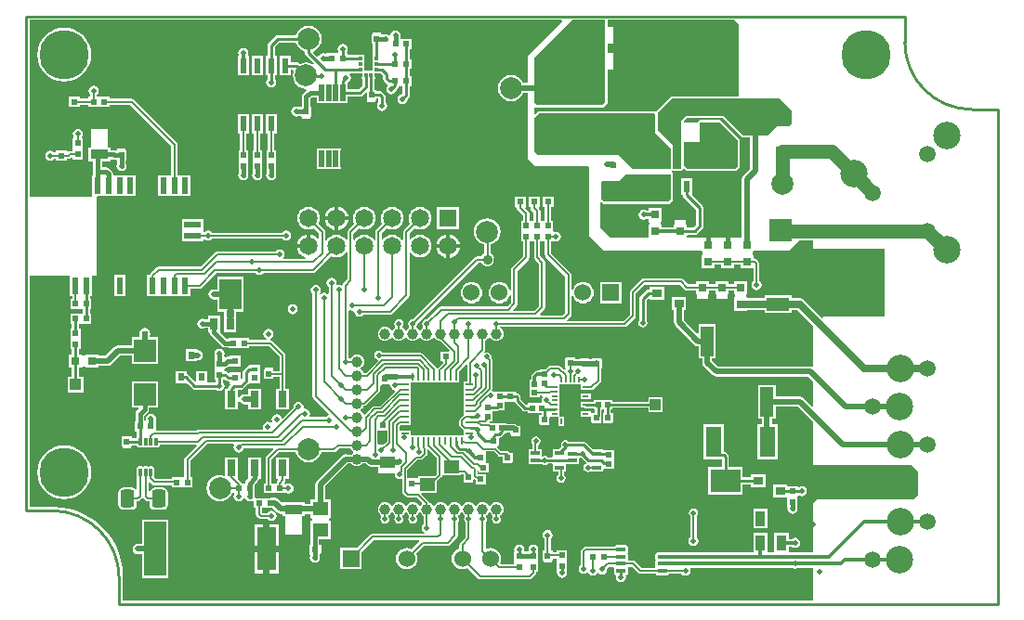
<source format=gtl>
G04*
G04 #@! TF.GenerationSoftware,Altium Limited,Altium Designer,20.2.4 (192)*
G04*
G04 Layer_Physical_Order=1*
G04 Layer_Color=255*
%FSLAX44Y44*%
%MOMM*%
G71*
G04*
G04 #@! TF.SameCoordinates,742EB62A-7AE8-4A69-8DF3-B4F61E8DB2E3*
G04*
G04*
G04 #@! TF.FilePolarity,Positive*
G04*
G01*
G75*
%ADD10C,0.2540*%
%ADD13C,0.2500*%
%ADD14C,0.4000*%
%ADD16C,0.2000*%
%ADD17C,0.1524*%
%ADD20C,0.1500*%
%ADD29R,0.5334X0.6096*%
%ADD30R,0.6096X0.5334*%
%ADD31R,1.3970X1.0160*%
%ADD32R,0.9000X0.4000*%
%ADD33R,1.4224X1.2192*%
%ADD34R,1.1500X2.7000*%
%ADD35R,1.1000X1.4000*%
%ADD36R,0.9000X1.4000*%
%ADD37R,0.9000X0.8000*%
%ADD38R,0.5000X0.5000*%
%ADD39R,1.4500X2.8000*%
%ADD40R,2.7430X2.1590*%
%ADD41R,0.5000X0.5000*%
G04:AMPARAMS|DCode=42|XSize=0.4mm|YSize=0.85mm|CornerRadius=0.05mm|HoleSize=0mm|Usage=FLASHONLY|Rotation=270.000|XOffset=0mm|YOffset=0mm|HoleType=Round|Shape=RoundedRectangle|*
%AMROUNDEDRECTD42*
21,1,0.4000,0.7500,0,0,270.0*
21,1,0.3000,0.8500,0,0,270.0*
1,1,0.1000,-0.3750,-0.1500*
1,1,0.1000,-0.3750,0.1500*
1,1,0.1000,0.3750,0.1500*
1,1,0.1000,0.3750,-0.1500*
%
%ADD42ROUNDEDRECTD42*%
%ADD43R,1.0500X2.2000*%
%ADD44R,1.0000X1.0500*%
%ADD45R,0.8000X0.8000*%
%ADD46R,0.6500X1.1500*%
%ADD47R,0.6000X0.2000*%
%ADD48R,0.2000X0.6000*%
%ADD49R,1.7000X1.7000*%
%ADD50R,0.2200X0.7000*%
%ADD51R,0.7000X0.2200*%
%ADD52R,3.9878X3.1750*%
%ADD53R,0.9000X1.6000*%
%ADD54R,2.5000X0.9000*%
%ADD55R,2.0000X2.0000*%
G04:AMPARAMS|DCode=56|XSize=1.26mm|YSize=1.61mm|CornerRadius=0.252mm|HoleSize=0mm|Usage=FLASHONLY|Rotation=180.000|XOffset=0mm|YOffset=0mm|HoleType=Round|Shape=RoundedRectangle|*
%AMROUNDEDRECTD56*
21,1,1.2600,1.1060,0,0,180.0*
21,1,0.7560,1.6100,0,0,180.0*
1,1,0.5040,-0.3780,0.5530*
1,1,0.5040,0.3780,0.5530*
1,1,0.5040,0.3780,-0.5530*
1,1,0.5040,-0.3780,-0.5530*
%
%ADD56ROUNDEDRECTD56*%
G04:AMPARAMS|DCode=57|XSize=0.74mm|YSize=0.26mm|CornerRadius=0.0702mm|HoleSize=0mm|Usage=FLASHONLY|Rotation=270.000|XOffset=0mm|YOffset=0mm|HoleType=Round|Shape=RoundedRectangle|*
%AMROUNDEDRECTD57*
21,1,0.7400,0.1196,0,0,270.0*
21,1,0.5996,0.2600,0,0,270.0*
1,1,0.1404,-0.0598,-0.2998*
1,1,0.1404,-0.0598,0.2998*
1,1,0.1404,0.0598,0.2998*
1,1,0.1404,0.0598,-0.2998*
%
%ADD57ROUNDEDRECTD57*%
%ADD58R,2.0000X5.0000*%
%ADD59R,1.7000X4.0000*%
%ADD60C,2.0000*%
%ADD61R,0.6000X1.4000*%
%ADD62R,0.5000X1.5100*%
%ADD63R,0.3000X0.3250*%
%ADD64R,0.3250X0.3000*%
%ADD65R,0.6000X0.6000*%
%ADD66R,0.6000X0.5000*%
%ADD67R,0.7000X0.7500*%
%ADD68R,2.0000X2.7500*%
%ADD69R,0.7000X1.1000*%
%ADD70R,0.8000X0.8000*%
%ADD71R,0.9000X1.3000*%
%ADD72R,1.4700X1.2850*%
%ADD73R,1.6000X0.9000*%
%ADD74R,0.6000X1.1000*%
%ADD75R,0.6000X0.7000*%
%ADD76R,0.6000X0.4000*%
%ADD77R,0.6000X0.6000*%
%ADD78R,0.8000X1.5000*%
%ADD79R,0.6000X1.5000*%
%ADD80R,0.9000X1.5000*%
%ADD81R,1.5000X0.6000*%
%ADD82R,2.0828X1.2700*%
%ADD83R,6.0000X2.0000*%
G04:AMPARAMS|DCode=84|XSize=0.8mm|YSize=0.8mm|CornerRadius=0.28mm|HoleSize=0mm|Usage=FLASHONLY|Rotation=0.000|XOffset=0mm|YOffset=0mm|HoleType=Round|Shape=RoundedRectangle|*
%AMROUNDEDRECTD84*
21,1,0.8000,0.2400,0,0,0.0*
21,1,0.2400,0.8000,0,0,0.0*
1,1,0.5600,0.1200,-0.1200*
1,1,0.5600,-0.1200,-0.1200*
1,1,0.5600,-0.1200,0.1200*
1,1,0.5600,0.1200,0.1200*
%
%ADD84ROUNDEDRECTD84*%
%ADD85R,1.2200X0.9100*%
%ADD86R,1.7501X0.5001*%
%ADD87R,0.5001X1.7501*%
%ADD88C,1.0000*%
%ADD159R,1.5000X1.5000*%
%ADD160C,0.6350*%
%ADD161C,0.5080*%
%ADD162C,0.3048*%
%ADD163C,0.2620*%
%ADD164C,0.3810*%
%ADD165C,0.2032*%
%ADD166C,0.5000*%
%ADD167C,1.2700*%
%ADD168C,0.3000*%
%ADD169C,0.1778*%
%ADD170C,1.5000*%
%ADD171C,1.5300*%
%ADD172R,1.5300X1.5300*%
%ADD173C,1.6500*%
%ADD174R,1.6500X1.6500*%
%ADD175C,2.5000*%
G04:AMPARAMS|DCode=176|XSize=1.9mm|YSize=0.75mm|CornerRadius=0.3375mm|HoleSize=0mm|Usage=FLASHONLY|Rotation=0.000|XOffset=0mm|YOffset=0mm|HoleType=Round|Shape=RoundedRectangle|*
%AMROUNDEDRECTD176*
21,1,1.9000,0.0750,0,0,0.0*
21,1,1.2250,0.7500,0,0,0.0*
1,1,0.6750,0.6125,-0.0375*
1,1,0.6750,-0.6125,-0.0375*
1,1,0.6750,-0.6125,0.0375*
1,1,0.6750,0.6125,0.0375*
%
%ADD176ROUNDEDRECTD176*%
%ADD177C,4.5000*%
%ADD178C,0.5080*%
%ADD179C,0.6096*%
%ADD180C,0.5100*%
G36*
X403775Y531493D02*
X372438Y500156D01*
X372438Y475121D01*
X368285D01*
X367696Y476544D01*
X365773Y479050D01*
X363266Y480974D01*
X360347Y482183D01*
X357214Y482596D01*
X354081Y482183D01*
X351162Y480974D01*
X348656Y479050D01*
X346732Y476544D01*
X345523Y473625D01*
X345110Y470492D01*
X345523Y467359D01*
X346732Y464440D01*
X348656Y461934D01*
X351162Y460010D01*
X354081Y458801D01*
X357214Y458388D01*
X360347Y458801D01*
X363266Y460010D01*
X365773Y461934D01*
X367696Y464440D01*
X368285Y465863D01*
X372438D01*
X372438Y405813D01*
X378799Y399452D01*
X427103D01*
X428634Y397920D01*
Y335495D01*
X441720Y322410D01*
X530457D01*
X531355Y321512D01*
X531355Y318423D01*
X530435D01*
Y306423D01*
X542435D01*
Y309348D01*
X548215D01*
Y306423D01*
X560215D01*
Y309348D01*
X565995D01*
Y306423D01*
X577930D01*
Y294259D01*
X577461Y293946D01*
X576457Y292444D01*
X576105Y290672D01*
X576457Y288901D01*
X577461Y287399D01*
X578963Y286396D01*
X580734Y286043D01*
X582505Y286396D01*
X584007Y287399D01*
X585011Y288901D01*
X585363Y290672D01*
X585011Y292444D01*
X584007Y293946D01*
X583538Y294259D01*
Y310403D01*
X583324Y311476D01*
X582717Y312385D01*
X580696Y314405D01*
X579787Y315013D01*
X578714Y315227D01*
X577995D01*
Y318423D01*
X577075D01*
Y321423D01*
X577995D01*
Y322410D01*
X610223D01*
X619464Y331652D01*
X632550D01*
Y324268D01*
X697828D01*
Y261784D01*
X641694D01*
X640522Y260612D01*
X623911Y277222D01*
X622189Y278373D01*
X620157Y278777D01*
X620157Y278777D01*
X612919D01*
Y281850D01*
X588027D01*
Y278777D01*
X572617D01*
Y279564D01*
X571665D01*
Y282532D01*
X572585D01*
Y294532D01*
X560585D01*
Y291336D01*
X555059D01*
Y294532D01*
X543059D01*
Y291336D01*
X537787D01*
Y294532D01*
X525787D01*
Y291336D01*
X518617D01*
X514024Y295928D01*
X513115Y296536D01*
X512042Y296749D01*
X477858D01*
X476785Y296536D01*
X475875Y295928D01*
X466005Y286059D01*
X465398Y285149D01*
X465184Y284076D01*
Y263713D01*
X459209Y257738D01*
X408641D01*
X408115Y259008D01*
X411493Y262386D01*
X412103Y263300D01*
X412318Y264378D01*
Y280518D01*
X413588Y280771D01*
X414353Y278923D01*
X415900Y276908D01*
X417915Y275361D01*
X420263Y274388D01*
X422782Y274057D01*
X425301Y274388D01*
X427649Y275361D01*
X429664Y276908D01*
X431211Y278923D01*
X432184Y281271D01*
X432515Y283790D01*
X432184Y286309D01*
X431211Y288657D01*
X429664Y290672D01*
X427649Y292219D01*
X425301Y293192D01*
X422782Y293523D01*
X420263Y293192D01*
X417915Y292219D01*
X415900Y290672D01*
X414353Y288657D01*
X413588Y286810D01*
X412318Y287062D01*
Y300033D01*
X412103Y301111D01*
X411493Y302024D01*
X393672Y319846D01*
Y330591D01*
X395356D01*
X395356Y330591D01*
X396626Y330742D01*
X397999Y330469D01*
X399771Y330822D01*
X401273Y331825D01*
X402276Y333327D01*
X402628Y335098D01*
X402276Y336870D01*
X401273Y338371D01*
X399771Y339375D01*
X397999Y339727D01*
X396626Y339454D01*
X395356Y339591D01*
X395356Y340591D01*
X395356D01*
Y349591D01*
X393931D01*
Y362199D01*
X395883D01*
Y371199D01*
X385883D01*
Y362199D01*
X387780D01*
Y349591D01*
X386356D01*
Y349591D01*
X385295Y349598D01*
Y349598D01*
X385140Y349598D01*
X383870Y349723D01*
X383870Y358259D01*
X383870Y358259D01*
X383636Y359436D01*
X382970Y360434D01*
X382440Y360963D01*
X382966Y362233D01*
X383118D01*
Y371233D01*
X373118D01*
Y362233D01*
X375043D01*
Y360937D01*
X375043Y360936D01*
X375277Y359760D01*
X375944Y358762D01*
X377720Y356986D01*
X377720Y350150D01*
X376450Y349598D01*
X376295D01*
Y349598D01*
X375412Y349591D01*
Y349591D01*
X373987D01*
X373987Y355779D01*
X373987Y355780D01*
X373753Y356956D01*
X373086Y357954D01*
X369950Y361090D01*
X370412Y362206D01*
X370412D01*
Y371205D01*
X360412D01*
Y362206D01*
X361545D01*
X362337Y361279D01*
X362571Y360103D01*
X363238Y359105D01*
X367837Y354506D01*
X367836Y349591D01*
X366412D01*
Y340591D01*
X366412D01*
X366412Y339591D01*
X366412Y339591D01*
Y330591D01*
X368096D01*
Y317054D01*
X358132Y307090D01*
X357521Y306176D01*
X357307Y305098D01*
Y285989D01*
X356037Y285905D01*
X355984Y286309D01*
X355011Y288657D01*
X353465Y290672D01*
X351449Y292219D01*
X349101Y293192D01*
X346582Y293523D01*
X344063Y293192D01*
X341715Y292219D01*
X339700Y290672D01*
X338153Y288657D01*
X337180Y286309D01*
X336849Y283790D01*
X337180Y281271D01*
X338153Y278923D01*
X339700Y276908D01*
X341715Y275361D01*
X344063Y274389D01*
X346582Y274057D01*
X349101Y274389D01*
X351449Y275361D01*
X353465Y276908D01*
X355011Y278923D01*
X355984Y281271D01*
X356037Y281675D01*
X357307Y281591D01*
Y274948D01*
X353563Y271204D01*
X293321D01*
X292243Y270990D01*
X291329Y270379D01*
X280491Y259541D01*
X280378Y259563D01*
X278802Y259250D01*
X277467Y258357D01*
X276574Y257021D01*
X276261Y255446D01*
X276574Y253870D01*
X276939Y253323D01*
X277086Y252133D01*
X276639Y251661D01*
X275743Y250974D01*
X274702Y249617D01*
X273355D01*
X272313Y250974D01*
X271418Y251661D01*
X270970Y252133D01*
X271117Y253323D01*
X271483Y253870D01*
X271796Y255446D01*
X271771Y255573D01*
X327424Y311226D01*
X329885D01*
X329939Y310957D01*
X330999Y309369D01*
X332587Y308308D01*
X334460Y307936D01*
X336860D01*
X338733Y308308D01*
X340321Y309369D01*
X341381Y310957D01*
X341754Y312829D01*
Y315229D01*
X341381Y317102D01*
X340321Y318690D01*
X338733Y319751D01*
X338464Y319804D01*
Y327814D01*
X338486Y327817D01*
X341405Y329026D01*
X343912Y330950D01*
X345835Y333456D01*
X347044Y336375D01*
X347457Y339508D01*
X347044Y342641D01*
X345835Y345560D01*
X343912Y348066D01*
X341405Y349990D01*
X338486Y351199D01*
X335353Y351612D01*
X332221Y351199D01*
X329301Y349990D01*
X326795Y348066D01*
X324871Y345560D01*
X323662Y342641D01*
X323250Y339508D01*
X323662Y336375D01*
X324871Y333456D01*
X326795Y330950D01*
X329301Y329026D01*
X332221Y327817D01*
X332856Y327733D01*
Y319804D01*
X332587Y319751D01*
X330999Y318690D01*
X329939Y317102D01*
X329885Y316833D01*
X326262D01*
X325189Y316620D01*
X324280Y316012D01*
X267805Y259538D01*
X267678Y259563D01*
X266102Y259250D01*
X264767Y258357D01*
X263874Y257021D01*
X263561Y255446D01*
X263874Y253870D01*
X264239Y253323D01*
X264386Y252133D01*
X263939Y251661D01*
X263043Y250974D01*
X262002Y249617D01*
X260655Y249617D01*
X259613Y250974D01*
X258718Y251661D01*
X258270Y252133D01*
X258417Y253323D01*
X258783Y253870D01*
X259096Y255446D01*
X258783Y257021D01*
X257890Y258357D01*
X256554Y259250D01*
X254978Y259563D01*
X253403Y259250D01*
X252067Y258357D01*
X251174Y257021D01*
X250861Y255446D01*
X251174Y253870D01*
X251539Y253323D01*
X251686Y252133D01*
X251239Y251661D01*
X250343Y250974D01*
X249302Y249617D01*
X247955Y249617D01*
X246913Y250974D01*
X245556Y252016D01*
X243975Y252670D01*
X242278Y252894D01*
X240582Y252670D01*
X239001Y252016D01*
X237643Y250974D01*
X236602Y249616D01*
X235947Y248036D01*
X235724Y246339D01*
X235947Y244643D01*
X236602Y243062D01*
X237643Y241704D01*
X239001Y240663D01*
X240582Y240008D01*
X242278Y239784D01*
X243975Y240008D01*
X245556Y240663D01*
X246913Y241704D01*
X247955Y243062D01*
X249302Y243062D01*
X250343Y241704D01*
X251701Y240663D01*
X253282Y240008D01*
X254978Y239785D01*
X256675Y240008D01*
X258256Y240663D01*
X259613Y241704D01*
X260655Y243062D01*
X262002Y243062D01*
X263043Y241704D01*
X264401Y240663D01*
X265982Y240008D01*
X267678Y239785D01*
X269375Y240008D01*
X270956Y240663D01*
X272313Y241704D01*
X273355Y243062D01*
X274702D01*
X275743Y241704D01*
X277101Y240663D01*
X278682Y240008D01*
X280378Y239785D01*
X282075Y240008D01*
X283655Y240663D01*
X285013Y241704D01*
X286055Y243062D01*
X287402Y243062D01*
X288443Y241704D01*
X289801Y240663D01*
X291382Y240008D01*
X292857Y239814D01*
X301174Y231497D01*
X300648Y230227D01*
X293857D01*
X293724Y230227D01*
X292682Y229998D01*
Y229675D01*
X292682D01*
X292682Y228500D01*
X292682Y221686D01*
X292682Y221686D01*
Y221362D01*
X293724Y221133D01*
X293724Y221134D01*
X293857Y221134D01*
X294930D01*
X295320Y219864D01*
X292101Y216644D01*
X292077Y216628D01*
X290577Y215128D01*
X290564Y215109D01*
X290193Y215039D01*
X289098Y215200D01*
X288819Y215617D01*
X276384Y228052D01*
X275641Y228549D01*
X274763Y228724D01*
X240371D01*
X239811Y229561D01*
X238472Y230456D01*
X236892Y230770D01*
X235312Y230456D01*
X233973Y229561D01*
X233078Y228222D01*
X232764Y226642D01*
X233078Y225062D01*
X233973Y223723D01*
X235312Y222828D01*
X235469Y222797D01*
X235838Y221582D01*
X224788Y210532D01*
X222963Y210532D01*
X222555Y211517D01*
X221513Y212874D01*
X220156Y213916D01*
X220156Y215263D01*
X221513Y216304D01*
X222555Y217662D01*
X223210Y219243D01*
X223433Y220939D01*
X223210Y222636D01*
X222555Y224216D01*
X221513Y225574D01*
X220156Y226616D01*
X218575Y227271D01*
X216878Y227494D01*
X215182Y227271D01*
X213601Y226616D01*
X212243Y225574D01*
X211202Y224216D01*
X211073Y223907D01*
X210153Y223787D01*
X209090Y224765D01*
Y267435D01*
X210360Y268114D01*
X210867Y267775D01*
X212639Y267422D01*
X213124Y267519D01*
X214204Y266439D01*
X214188Y266356D01*
X214540Y264585D01*
X215543Y263083D01*
X217045Y262079D01*
X218817Y261727D01*
X220588Y262079D01*
X222090Y263083D01*
X222395Y263540D01*
X246786D01*
X247864Y263754D01*
X248777Y264365D01*
X263701Y279288D01*
X264311Y280201D01*
X264525Y281279D01*
Y320203D01*
X265795Y320634D01*
X266989Y319078D01*
X269131Y317435D01*
X271624Y316402D01*
X274300Y316050D01*
X276976Y316402D01*
X279469Y317435D01*
X281610Y319078D01*
X283253Y321219D01*
X284286Y323713D01*
X284638Y326388D01*
X284286Y329064D01*
X283253Y331558D01*
X281610Y333699D01*
X279469Y335342D01*
X276976Y336375D01*
X274300Y336727D01*
X271624Y336375D01*
X269131Y335342D01*
X266989Y333699D01*
X265795Y332142D01*
X264525Y332574D01*
Y338031D01*
X269271Y342777D01*
X271624Y341802D01*
X274300Y341450D01*
X276976Y341802D01*
X279469Y342835D01*
X281610Y344478D01*
X283253Y346619D01*
X284286Y349113D01*
X284638Y351788D01*
X284286Y354464D01*
X283253Y356958D01*
X281610Y359099D01*
X279469Y360742D01*
X276976Y361774D01*
X274300Y362127D01*
X271624Y361774D01*
X269131Y360742D01*
X266989Y359099D01*
X265347Y356958D01*
X264314Y354464D01*
X263961Y351788D01*
X264314Y349113D01*
X265288Y346759D01*
X259718Y341189D01*
X259107Y340275D01*
X258893Y339198D01*
Y332210D01*
X257623Y331857D01*
X256210Y333699D01*
X254069Y335342D01*
X251576Y336375D01*
X248900Y336727D01*
X246224Y336375D01*
X243731Y335342D01*
X241590Y333699D01*
X240510Y332293D01*
X239240Y332724D01*
Y338164D01*
X243859Y342782D01*
X246224Y341802D01*
X248900Y341450D01*
X251576Y341802D01*
X254069Y342835D01*
X256210Y344478D01*
X257853Y346619D01*
X258886Y349113D01*
X259238Y351788D01*
X258886Y354464D01*
X257853Y356958D01*
X256210Y359099D01*
X254069Y360742D01*
X251576Y361774D01*
X248900Y362127D01*
X246224Y361774D01*
X243731Y360742D01*
X241590Y359099D01*
X239946Y356958D01*
X238914Y354464D01*
X238561Y351788D01*
X238914Y349113D01*
X239893Y346747D01*
X234454Y341308D01*
X233846Y340398D01*
X233633Y339325D01*
Y332029D01*
X232759Y331680D01*
X232363Y331675D01*
X230810Y333699D01*
X228669Y335342D01*
X226176Y336375D01*
X223500Y336727D01*
X220824Y336375D01*
X218331Y335342D01*
X216189Y333699D01*
X214730Y331796D01*
X213739Y331983D01*
X213460Y332130D01*
Y337783D01*
X218459Y342782D01*
X220824Y341802D01*
X223500Y341450D01*
X226176Y341802D01*
X228669Y342835D01*
X230810Y344478D01*
X232453Y346619D01*
X233486Y349113D01*
X233838Y351788D01*
X233486Y354464D01*
X232453Y356958D01*
X230810Y359099D01*
X228669Y360742D01*
X226176Y361774D01*
X223500Y362127D01*
X220824Y361774D01*
X218331Y360742D01*
X216189Y359099D01*
X214547Y356958D01*
X213514Y354464D01*
X213161Y351788D01*
X213514Y349113D01*
X214494Y346747D01*
X208673Y340927D01*
X208066Y340018D01*
X207852Y338945D01*
Y332603D01*
X206582Y332172D01*
X205410Y333699D01*
X203269Y335342D01*
X200776Y336375D01*
X198100Y336727D01*
X195424Y336375D01*
X192931Y335342D01*
X190790Y333699D01*
X189146Y331558D01*
X189140Y331542D01*
X187870Y331794D01*
Y339422D01*
X187656Y340495D01*
X187049Y341405D01*
X181706Y346747D01*
X182686Y349113D01*
X183038Y351788D01*
X182686Y354464D01*
X181653Y356958D01*
X180010Y359099D01*
X177869Y360742D01*
X175376Y361774D01*
X172700Y362127D01*
X170024Y361774D01*
X167531Y360742D01*
X165389Y359099D01*
X163746Y356958D01*
X162714Y354464D01*
X162361Y351788D01*
X162714Y349113D01*
X163746Y346619D01*
X165389Y344478D01*
X167531Y342835D01*
X170024Y341802D01*
X172700Y341450D01*
X175376Y341802D01*
X177741Y342782D01*
X182262Y338261D01*
Y333737D01*
X180992Y333306D01*
X180395Y334084D01*
X178141Y335813D01*
X175517Y336901D01*
X174605Y337021D01*
Y326388D01*
X172700D01*
Y324483D01*
X162068D01*
X162188Y323572D01*
X163275Y320947D01*
X165004Y318693D01*
X167258Y316963D01*
X169883Y315876D01*
X170340Y315816D01*
X170257Y314546D01*
X150247D01*
X149697Y315816D01*
X150427Y316909D01*
X150779Y318680D01*
X150427Y320451D01*
X149423Y321953D01*
X147921Y322957D01*
X146150Y323309D01*
X144379Y322957D01*
X142877Y321953D01*
X142563Y321484D01*
X89221D01*
X88148Y321270D01*
X87239Y320663D01*
X74090Y307514D01*
X35904D01*
X34831Y307300D01*
X33921Y306693D01*
X28455Y301226D01*
X27847Y300316D01*
X27759Y299872D01*
X25412D01*
Y280872D01*
X34142D01*
X35412Y280872D01*
X36682Y280872D01*
X44142D01*
X45412Y280872D01*
X46682Y280872D01*
X54142D01*
X55412Y280872D01*
Y280872D01*
X55412D01*
Y280872D01*
X65412D01*
Y287568D01*
X73133D01*
X74206Y287782D01*
X75116Y288389D01*
X88632Y301906D01*
X124374D01*
X124792Y301281D01*
X126294Y300278D01*
X128065Y299925D01*
X129837Y300278D01*
X131338Y301281D01*
X131756Y301906D01*
X176422D01*
X177495Y302120D01*
X178404Y302727D01*
X193059Y317382D01*
X195424Y316402D01*
X198100Y316050D01*
X200776Y316402D01*
X203269Y317435D01*
X205410Y319078D01*
X206582Y320605D01*
X207852Y320174D01*
Y295898D01*
X204269Y292315D01*
X203661Y291405D01*
X203576Y290980D01*
X202250Y290340D01*
X201952Y290539D01*
X200180Y290891D01*
X199166Y290689D01*
X198113Y291752D01*
X198316Y292772D01*
X197963Y294543D01*
X196960Y296045D01*
X195458Y297049D01*
X193687Y297401D01*
X191915Y297049D01*
X190413Y296045D01*
X189410Y294543D01*
X189058Y292772D01*
X189410Y291001D01*
X190413Y289499D01*
X190883Y289185D01*
Y283111D01*
X189613Y282611D01*
X188460Y283381D01*
X186689Y283733D01*
X184918Y283381D01*
X183781Y282622D01*
X182866Y283537D01*
X183503Y284491D01*
X183855Y286262D01*
X183503Y288034D01*
X182499Y289535D01*
X180997Y290539D01*
X179226Y290891D01*
X177455Y290539D01*
X175953Y289535D01*
X174949Y288034D01*
X174597Y286262D01*
X174949Y284491D01*
X175953Y282989D01*
X176356Y282719D01*
Y189140D01*
X176570Y188067D01*
X177177Y187157D01*
X191034Y173301D01*
X190616Y171923D01*
X189835Y171768D01*
X188333Y170764D01*
X188019Y170295D01*
X174169D01*
X173570Y171415D01*
X173785Y171736D01*
X174137Y173507D01*
X173785Y175279D01*
X172781Y176780D01*
X171279Y177784D01*
X169508Y178136D01*
X169100Y178055D01*
X168020Y179135D01*
X168121Y179643D01*
X167769Y181415D01*
X166765Y182916D01*
X165263Y183920D01*
X163492Y184272D01*
X161721Y183920D01*
X160219Y182916D01*
X159215Y181415D01*
X158863Y179643D01*
X158973Y179090D01*
X149158Y169274D01*
X147942Y169643D01*
X147877Y169974D01*
X146873Y171475D01*
X145371Y172479D01*
X143600Y172831D01*
X141829Y172479D01*
X140327Y171475D01*
X139323Y169974D01*
X138971Y168202D01*
X139323Y166431D01*
X139545Y166099D01*
X138629Y165184D01*
X137497Y165940D01*
X135726Y166292D01*
X133955Y165940D01*
X132453Y164936D01*
X131449Y163435D01*
X131097Y161663D01*
X131436Y159957D01*
X131446Y159734D01*
X130795Y158687D01*
X72410D01*
X71337Y158474D01*
X71125Y158332D01*
X33586D01*
Y166423D01*
X33586Y166423D01*
X33514Y167693D01*
X33715Y168704D01*
X33363Y170475D01*
X32359Y171977D01*
X30857Y172980D01*
X29086Y173333D01*
X27315Y172980D01*
X25813Y171977D01*
X24809Y170475D01*
X24457Y168704D01*
X24631Y167831D01*
X24444Y167618D01*
X23360Y167236D01*
X23068Y167479D01*
Y171739D01*
X26170Y174841D01*
X27033Y176133D01*
X27336Y177657D01*
Y179140D01*
X35432D01*
Y203140D01*
X11432D01*
Y179140D01*
X17548D01*
X18033Y177967D01*
X16271Y176204D01*
X15408Y174912D01*
X15105Y173389D01*
Y166423D01*
X14586D01*
Y157423D01*
X15752D01*
Y151444D01*
X11368D01*
Y152550D01*
X2368D01*
Y143550D01*
X3058D01*
Y141780D01*
X10678D01*
Y143550D01*
X11368D01*
Y144776D01*
X15800D01*
X15943Y144058D01*
X16540Y143164D01*
X17434Y142567D01*
X18488Y142357D01*
X19684D01*
X20738Y142567D01*
X21586Y143133D01*
X22434Y142567D01*
X23488Y142357D01*
X24684D01*
X25738Y142567D01*
X26586Y143133D01*
X27434Y142567D01*
X28488Y142357D01*
X29684D01*
X30738Y142567D01*
X31586Y143133D01*
X32434Y142567D01*
X33488Y142357D01*
X34684D01*
X35738Y142567D01*
X36632Y143164D01*
X37229Y144058D01*
X37439Y145112D01*
Y145306D01*
X70127D01*
X70613Y144133D01*
X60163Y133683D01*
X59556Y132773D01*
X59342Y131700D01*
Y115547D01*
X58102Y115474D01*
X57102D01*
Y115474D01*
X48102D01*
Y113862D01*
X33595D01*
X31902Y115554D01*
Y115668D01*
X32229Y116158D01*
X32439Y117212D01*
Y123208D01*
X32229Y124262D01*
X31632Y125156D01*
X30738Y125753D01*
X29684Y125963D01*
X28488D01*
X27434Y125753D01*
X26586Y125187D01*
X25738Y125753D01*
X24684Y125963D01*
X23488D01*
X22434Y125753D01*
X21586Y125187D01*
X20738Y125753D01*
X19684Y125963D01*
X18488D01*
X17434Y125753D01*
X16540Y125156D01*
X15943Y124262D01*
X15733Y123208D01*
Y117212D01*
X15943Y116158D01*
X16270Y115668D01*
Y104939D01*
X15000Y104554D01*
X14803Y104849D01*
X13308Y105848D01*
X11544Y106199D01*
X3984D01*
X2220Y105848D01*
X725Y104849D01*
X-274Y103354D01*
X-624Y101590D01*
Y90530D01*
X-274Y88766D01*
X725Y87271D01*
X2220Y86272D01*
X3984Y85921D01*
X11544D01*
X13308Y86272D01*
X14803Y87271D01*
X15802Y88766D01*
X16152Y90530D01*
Y93244D01*
X16934D01*
X18012Y93458D01*
X18925Y94069D01*
X20772Y95915D01*
X21586Y96103D01*
X22400Y95915D01*
X24247Y94069D01*
X25160Y93458D01*
X26238Y93244D01*
X27875D01*
Y90530D01*
X28226Y88766D01*
X29225Y87271D01*
X30720Y86272D01*
X32484Y85921D01*
X40044D01*
X41808Y86272D01*
X43303Y87271D01*
X44302Y88766D01*
X44653Y90530D01*
Y101590D01*
X44302Y103354D01*
X43303Y104849D01*
X41808Y105848D01*
X40044Y106199D01*
X32484D01*
X30720Y105848D01*
X29225Y104849D01*
X28226Y103354D01*
X28172Y103081D01*
X26902Y103206D01*
Y110793D01*
X28172Y111319D01*
X30437Y109055D01*
X31350Y108444D01*
X32428Y108230D01*
X48102D01*
Y106474D01*
X57102D01*
Y106474D01*
X58102D01*
Y106474D01*
X67102D01*
Y115474D01*
X64950D01*
Y130539D01*
X80437Y146026D01*
X104405D01*
X105084Y144756D01*
X104696Y144174D01*
X104343Y142403D01*
X104696Y140632D01*
X105699Y139130D01*
X107201Y138126D01*
X108972Y137774D01*
X110744Y138126D01*
X112245Y139130D01*
X113249Y140632D01*
X113577Y142282D01*
X140019D01*
X140505Y141109D01*
X134167Y134771D01*
X133560Y133861D01*
X133346Y132788D01*
Y109918D01*
X131650D01*
Y100918D01*
X140650D01*
Y100918D01*
X141650D01*
Y100918D01*
X150650D01*
Y100918D01*
X151920Y101587D01*
X152587Y101142D01*
X154358Y100789D01*
X156130Y101142D01*
X157631Y102145D01*
X158635Y103647D01*
X158987Y105418D01*
X158635Y107190D01*
X157631Y108691D01*
X156130Y109695D01*
X154358Y110047D01*
X152587Y109695D01*
X151920Y109249D01*
X150749Y109866D01*
X151185Y111047D01*
X151626Y111706D01*
X151840Y112784D01*
Y114202D01*
X155024D01*
Y133202D01*
X143024D01*
Y114202D01*
X144663D01*
X145190Y112932D01*
X144159Y111901D01*
X143548Y110988D01*
X143336Y109918D01*
X141650D01*
Y109918D01*
X140650D01*
Y109918D01*
X138954D01*
Y131627D01*
X145544Y138217D01*
X160965D01*
X161009Y137888D01*
X162218Y134969D01*
X164141Y132463D01*
X166648Y130539D01*
X169567Y129330D01*
X172700Y128917D01*
X175833Y129330D01*
X178752Y130539D01*
X181258Y132463D01*
X183182Y134969D01*
X184391Y137888D01*
X184434Y138217D01*
X195704D01*
X196777Y138431D01*
X197686Y139038D01*
X200583Y141935D01*
X211006D01*
X211202Y141462D01*
X212243Y140104D01*
X213601Y139063D01*
X213601Y137716D01*
X212243Y136674D01*
X211815Y136116D01*
X208064D01*
X207821Y136278D01*
X206065Y136627D01*
X204309Y136278D01*
X202821Y135283D01*
X180010Y112473D01*
X179016Y110984D01*
X178666Y109228D01*
Y94951D01*
X173904D01*
Y91155D01*
X168951Y91155D01*
Y92892D01*
X148951D01*
Y92892D01*
X147932Y92470D01*
X145135Y95267D01*
X143646Y96262D01*
X141890Y96611D01*
X137514D01*
X137071Y96523D01*
X133014D01*
Y96523D01*
X132014D01*
Y96523D01*
X124333D01*
X123527Y97505D01*
X123601Y97878D01*
X123249Y99649D01*
X123472Y100918D01*
X123472D01*
Y108803D01*
X126439Y111770D01*
X127303Y113062D01*
X127529Y114202D01*
X129624D01*
Y133202D01*
X117624D01*
Y114216D01*
X116157Y112749D01*
X115294Y111457D01*
X115182Y110894D01*
X114479Y109928D01*
X113722Y109918D01*
X113472Y109918D01*
X113472Y109918D01*
X111635D01*
X111574Y110226D01*
X110963Y111139D01*
X109005Y113097D01*
X108542Y114202D01*
X108542D01*
X108542Y114202D01*
Y133202D01*
X96542D01*
Y117564D01*
X95486Y116858D01*
X94880Y117109D01*
X91747Y117522D01*
X88614Y117109D01*
X85695Y115900D01*
X83189Y113977D01*
X81265Y111470D01*
X80056Y108551D01*
X79644Y105418D01*
X80056Y102285D01*
X81265Y99366D01*
X83189Y96860D01*
X85695Y94936D01*
X88614Y93727D01*
X91747Y93315D01*
X94880Y93727D01*
X97799Y94936D01*
X100306Y96860D01*
X102229Y99366D01*
X102753Y100632D01*
X104301Y101049D01*
X104472Y100918D01*
X104725Y99693D01*
X104695Y99649D01*
X104343Y97878D01*
X104695Y96107D01*
X105699Y94605D01*
X107201Y93602D01*
X108972Y93249D01*
X110744Y93602D01*
X112245Y94605D01*
X113249Y96107D01*
X113325Y96489D01*
X114620D01*
X114696Y96107D01*
X115699Y94605D01*
X117201Y93602D01*
X118972Y93249D01*
X120744Y93602D01*
X121744Y94270D01*
X123014Y93644D01*
Y87523D01*
X124698D01*
Y81912D01*
X124912Y80834D01*
X125523Y79921D01*
X127261Y78183D01*
X128174Y77572D01*
X129252Y77358D01*
X135195D01*
X135501Y76901D01*
X137003Y75897D01*
X138774Y75545D01*
X140545Y75897D01*
X142047Y76901D01*
X143051Y78403D01*
X143403Y80174D01*
X143051Y81945D01*
X142047Y83447D01*
X140545Y84451D01*
X138774Y84803D01*
X137003Y84451D01*
X135501Y83447D01*
X135195Y82990D01*
X130419D01*
X130330Y83078D01*
Y87523D01*
X132014D01*
Y87523D01*
X133014D01*
Y87523D01*
X137071D01*
X137514Y87435D01*
X139990D01*
X142761Y84664D01*
X142877Y84490D01*
X144115Y83253D01*
X144115Y83253D01*
X145616Y82249D01*
X147388Y81897D01*
X147388Y81897D01*
X148951D01*
Y79892D01*
X151331D01*
Y63272D01*
X166571D01*
Y78512D01*
X166600D01*
Y79892D01*
X168951D01*
Y81897D01*
X173904Y81897D01*
Y78101D01*
X174687D01*
X175585Y77203D01*
X175585Y75545D01*
X174333Y75501D01*
X173904D01*
Y58651D01*
X174273D01*
Y54194D01*
X173754D01*
Y45194D01*
X173754D01*
X173999Y43924D01*
X173978Y43893D01*
X173626Y42122D01*
X173978Y40350D01*
X174981Y38849D01*
X176483Y37845D01*
X178254Y37493D01*
X180026Y37845D01*
X181528Y38849D01*
X182531Y40350D01*
X182883Y42122D01*
X182531Y43893D01*
X182510Y43924D01*
X182754Y45194D01*
X183739Y45884D01*
X184524D01*
Y53504D01*
X182754D01*
Y54194D01*
X182236D01*
Y58651D01*
X192604D01*
Y75501D01*
X192106D01*
X190854Y75545D01*
X190854Y77203D01*
X191752Y78101D01*
X192604D01*
Y94951D01*
X187843D01*
Y107328D01*
X208477Y127962D01*
X211815D01*
X212243Y127404D01*
X213601Y126363D01*
X215182Y125708D01*
X216878Y125484D01*
X218575Y125708D01*
X220156Y126363D01*
X221513Y127404D01*
X221941Y127962D01*
X224900D01*
X226454Y126407D01*
X227777Y125524D01*
X229337Y125213D01*
X235809D01*
Y122672D01*
X236037D01*
Y119090D01*
X250487D01*
X251293Y118109D01*
X251283Y118060D01*
X251597Y116480D01*
X252492Y115141D01*
X253832Y114246D01*
X255411Y113932D01*
X256763Y114201D01*
X258033Y113531D01*
Y102080D01*
X258207Y101203D01*
X258704Y100459D01*
X261156Y98007D01*
X261900Y97510D01*
X262777Y97335D01*
X271465D01*
X276241Y92559D01*
X276158Y91292D01*
X275743Y90974D01*
X274702Y89616D01*
X273355Y89616D01*
X272313Y90974D01*
X270956Y92016D01*
X269375Y92670D01*
X267678Y92894D01*
X265982Y92670D01*
X264401Y92016D01*
X263043Y90974D01*
X262002Y89616D01*
X260655D01*
X259613Y90974D01*
X258256Y92016D01*
X256675Y92670D01*
X254978Y92894D01*
X253282Y92670D01*
X251701Y92016D01*
X250343Y90974D01*
X249302Y89616D01*
X247955D01*
X246913Y90974D01*
X245556Y92016D01*
X243975Y92670D01*
X242278Y92894D01*
X240582Y92670D01*
X239001Y92016D01*
X237643Y90974D01*
X236602Y89616D01*
X235947Y88036D01*
X235724Y86339D01*
X235947Y84643D01*
X236602Y83062D01*
X237643Y81704D01*
X238539Y81017D01*
X238986Y80545D01*
X238839Y79355D01*
X238474Y78808D01*
X238161Y77233D01*
X238474Y75657D01*
X239367Y74321D01*
X240702Y73428D01*
X242278Y73115D01*
X243854Y73428D01*
X245190Y74321D01*
X246083Y75657D01*
X246396Y77233D01*
X246083Y78808D01*
X245717Y79355D01*
X245570Y80545D01*
X246018Y81017D01*
X246913Y81704D01*
X247955Y83062D01*
X249302D01*
X250343Y81704D01*
X251239Y81017D01*
X251686Y80545D01*
X251539Y79355D01*
X251174Y78808D01*
X250861Y77233D01*
X251174Y75657D01*
X252067Y74321D01*
X253402Y73428D01*
X254978Y73115D01*
X256554Y73428D01*
X257890Y74321D01*
X258783Y75657D01*
X259096Y77233D01*
X258783Y78808D01*
X258417Y79355D01*
X258270Y80545D01*
X258718Y81017D01*
X259613Y81704D01*
X260655Y83062D01*
X262002D01*
X263043Y81704D01*
X263932Y81022D01*
X264386Y80545D01*
X264231Y79358D01*
X263868Y78814D01*
X263554Y77239D01*
X263868Y75663D01*
X264761Y74327D01*
X266096Y73434D01*
X267672Y73121D01*
X269248Y73434D01*
X270584Y74327D01*
X271476Y75663D01*
X271790Y77239D01*
X271476Y78814D01*
X271116Y79354D01*
X270969Y80551D01*
X271416Y81016D01*
X272313Y81704D01*
X273355Y83062D01*
X274702Y83062D01*
X275743Y81704D01*
X277101Y80663D01*
X277574Y80466D01*
Y72839D01*
X277105Y72525D01*
X276102Y71023D01*
X275749Y69252D01*
X276102Y67481D01*
X277105Y65979D01*
X278274Y65198D01*
X277889Y63928D01*
X231016D01*
X229943Y63714D01*
X229033Y63107D01*
X216867Y50940D01*
X201532D01*
Y31640D01*
X220832D01*
Y46975D01*
X232177Y58320D01*
X273251D01*
X273777Y57050D01*
X266564Y49837D01*
X264501Y50692D01*
X261982Y51023D01*
X259463Y50692D01*
X257115Y49719D01*
X255100Y48172D01*
X253553Y46157D01*
X252580Y43809D01*
X252249Y41290D01*
X252580Y38771D01*
X253553Y36423D01*
X255100Y34408D01*
X257115Y32861D01*
X259463Y31888D01*
X261982Y31557D01*
X264501Y31888D01*
X266849Y32861D01*
X268864Y34408D01*
X270411Y36423D01*
X271384Y38771D01*
X271715Y41290D01*
X271384Y43809D01*
X270529Y45872D01*
X277623Y52966D01*
X299552D01*
X300625Y53180D01*
X301535Y53787D01*
X307800Y60052D01*
X308407Y60962D01*
X308621Y62035D01*
Y74275D01*
X308690Y74321D01*
X309583Y75657D01*
X309896Y77233D01*
X309583Y78808D01*
X309217Y79355D01*
X309070Y80545D01*
X309518Y81017D01*
X310413Y81704D01*
X311455Y83062D01*
X312802Y83062D01*
X313843Y81704D01*
X314739Y81017D01*
X315186Y80545D01*
X315039Y79355D01*
X314674Y78808D01*
X314361Y77233D01*
X314674Y75657D01*
X315567Y74321D01*
X315713Y74223D01*
Y60563D01*
X310799Y55649D01*
X310192Y54740D01*
X309978Y53667D01*
Y50574D01*
X307915Y49719D01*
X305900Y48172D01*
X304353Y46157D01*
X303380Y43809D01*
X303049Y41290D01*
X303380Y38771D01*
X304353Y36423D01*
X305900Y34408D01*
X307915Y32861D01*
X310263Y31888D01*
X312782Y31557D01*
X315301Y31888D01*
X317364Y32743D01*
X326961Y23145D01*
X327871Y22538D01*
X328944Y22324D01*
X374259D01*
X375332Y22538D01*
X376242Y23145D01*
X379486Y26389D01*
X380094Y27299D01*
X380307Y28372D01*
Y29257D01*
X382004D01*
Y38257D01*
X382004D01*
Y39258D01*
X382004D01*
Y48257D01*
X382004D01*
X381905Y48377D01*
X382132Y49518D01*
X381780Y51290D01*
X380777Y52791D01*
X379275Y53795D01*
X377504Y54147D01*
X375732Y53795D01*
X374230Y52791D01*
X373227Y51290D01*
X372875Y49518D01*
X372994Y48919D01*
X372121Y47649D01*
X370032D01*
X369117Y48919D01*
X369218Y49429D01*
X368866Y51200D01*
X367863Y52702D01*
X366361Y53705D01*
X364590Y54057D01*
X362818Y53705D01*
X361316Y52702D01*
X360313Y51200D01*
X359961Y49429D01*
X360188Y48287D01*
X360089Y48168D01*
X360090D01*
Y39168D01*
X360089D01*
X360089Y38168D01*
X360090D01*
Y36472D01*
X348006D01*
X347157Y37741D01*
X347584Y38771D01*
X347915Y41290D01*
X347584Y43809D01*
X346611Y46157D01*
X345065Y48172D01*
X343049Y49719D01*
X340701Y50692D01*
X338182Y51023D01*
X335663Y50692D01*
X335077Y50449D01*
X334021Y51154D01*
Y74275D01*
X334090Y74321D01*
X334982Y75657D01*
X335296Y77233D01*
X334982Y78808D01*
X334617Y79355D01*
X334470Y80545D01*
X334918Y81017D01*
X335813Y81704D01*
X336855Y83062D01*
X338202Y83062D01*
X339243Y81704D01*
X340139Y81017D01*
X340586Y80545D01*
X340439Y79355D01*
X340074Y78808D01*
X339761Y77233D01*
X340074Y75657D01*
X340967Y74321D01*
X342302Y73428D01*
X343878Y73115D01*
X345454Y73428D01*
X346790Y74321D01*
X347682Y75657D01*
X347996Y77233D01*
X347682Y78808D01*
X347317Y79355D01*
X347170Y80545D01*
X347618Y81017D01*
X348513Y81704D01*
X349555Y83062D01*
X350210Y84643D01*
X350433Y86339D01*
X350210Y88036D01*
X349555Y89616D01*
X348513Y90974D01*
X347156Y92016D01*
X345575Y92670D01*
X343878Y92894D01*
X342182Y92670D01*
X340601Y92016D01*
X339243Y90974D01*
X338202Y89616D01*
X336855Y89616D01*
X335813Y90974D01*
X334456Y92016D01*
X332875Y92670D01*
X331178Y92894D01*
X329482Y92670D01*
X327901Y92016D01*
X326543Y90974D01*
X325502Y89616D01*
X324155Y89616D01*
X323113Y90974D01*
X321755Y92016D01*
X320175Y92670D01*
X318478Y92894D01*
X316782Y92670D01*
X315201Y92016D01*
X313843Y90974D01*
X312802Y89616D01*
X311455Y89616D01*
X310413Y90974D01*
X309056Y92016D01*
X307475Y92670D01*
X305778Y92894D01*
X304082Y92670D01*
X302501Y92016D01*
X301143Y90974D01*
X300102Y89616D01*
X298755Y89616D01*
X297713Y90974D01*
X296356Y92016D01*
X294775Y92670D01*
X293078Y92894D01*
X291382Y92670D01*
X289801Y92016D01*
X288443Y90974D01*
X287402Y89616D01*
X286055Y89616D01*
X285013Y90974D01*
X283656Y92016D01*
X282506Y92492D01*
X282496Y92541D01*
X281999Y93285D01*
X275038Y100247D01*
X275564Y101517D01*
X289793D01*
Y112124D01*
X293679Y116011D01*
X294176Y116755D01*
X294574Y117519D01*
X311795D01*
Y118427D01*
X313581D01*
Y111846D01*
X313809D01*
Y110804D01*
X322445D01*
Y111846D01*
X322674D01*
Y113252D01*
X323847Y113738D01*
X324925Y112660D01*
Y109012D01*
X333256D01*
Y109240D01*
X334297Y109240D01*
Y117876D01*
X333256Y117876D01*
Y118105D01*
X326284D01*
X326284Y121919D01*
X327554Y122639D01*
X327635Y122590D01*
Y119497D01*
X335966D01*
Y119725D01*
X337007D01*
X337007Y126863D01*
X337007Y128038D01*
X337007D01*
Y128361D01*
X335966Y128590D01*
X335832Y128590D01*
X335219D01*
X334231Y129270D01*
Y129593D01*
X334231Y130768D01*
X334231Y137806D01*
X334472Y139076D01*
X341809Y139076D01*
X345697Y135188D01*
X346441Y134691D01*
X347318Y134516D01*
X349422D01*
Y129185D01*
X349650D01*
Y128143D01*
X358286D01*
Y129185D01*
X358515D01*
Y137516D01*
X356091D01*
X356086Y137536D01*
X356086Y137536D01*
Y137536D01*
X355950Y137741D01*
X355589Y138280D01*
X355439Y138430D01*
X355439Y138430D01*
X355439Y138430D01*
X355219Y138578D01*
X354696Y138927D01*
X354696Y138927D01*
X354696Y138927D01*
X354284Y139009D01*
X353818Y139102D01*
X353818Y139102D01*
X353818Y139102D01*
X348268Y139102D01*
X344549Y142821D01*
X344678Y143505D01*
X345018Y144091D01*
X345298D01*
Y144319D01*
X346339D01*
Y151607D01*
X347054Y151749D01*
X347963Y152356D01*
X347963Y152357D01*
X350867Y155260D01*
X350867Y155260D01*
X351098Y155607D01*
X353051D01*
Y156076D01*
X356596D01*
Y154281D01*
X356824D01*
Y153239D01*
X365460D01*
Y154281D01*
X365689D01*
Y162612D01*
X362699D01*
X362275Y163036D01*
X360952Y163920D01*
X359392Y164230D01*
X353051D01*
Y164700D01*
X345939D01*
X344720Y164700D01*
Y164700D01*
X344669D01*
Y164700D01*
X338298D01*
X337560Y165739D01*
X337671Y166184D01*
X337766Y166354D01*
X340583D01*
Y173466D01*
X340583Y174685D01*
X340583D01*
X340583Y174736D01*
X340583D01*
Y176037D01*
X344138D01*
X344587Y176127D01*
X345042Y176184D01*
X345132Y176235D01*
X345234Y176255D01*
X345615Y176510D01*
X346013Y176736D01*
X346273Y176962D01*
X351256D01*
Y183811D01*
X352322Y184302D01*
X360331D01*
X360412Y183899D01*
X361032Y182970D01*
X367479Y176523D01*
X368408Y175902D01*
X369504Y175685D01*
X372395D01*
Y174002D01*
X379507D01*
X380726Y174002D01*
Y174002D01*
X380777D01*
Y174002D01*
X384767D01*
X384767Y172368D01*
X382825D01*
Y164037D01*
X383053D01*
Y162995D01*
X391689D01*
Y164037D01*
X391918D01*
Y170014D01*
X392583Y171009D01*
X399314D01*
X400311Y171006D01*
X400583Y171006D01*
X400583Y170349D01*
D01*
Y170349D01*
X400583Y170349D01*
X400583Y170349D01*
Y162009D01*
X405580D01*
Y171006D01*
X402849D01*
X401852Y171008D01*
X401580Y171009D01*
X401580Y172843D01*
X401580Y176006D01*
X401580D01*
Y179009D01*
X401580D01*
Y187009D01*
X401580D01*
Y192006D01*
X401580D01*
Y196006D01*
X401580D01*
X401580Y196006D01*
X401580Y200006D01*
X402849Y200009D01*
X405580D01*
Y200009D01*
X419314D01*
X420583Y200006D01*
X420583Y199350D01*
Y195009D01*
X424835D01*
X425081Y194960D01*
X430363D01*
X431338Y195154D01*
X432165Y195706D01*
X438428Y201970D01*
X438429Y201970D01*
X438981Y202796D01*
X439175Y203771D01*
X439175Y214858D01*
X439749D01*
Y223055D01*
X439749Y223189D01*
X439520Y224230D01*
X439197D01*
Y224230D01*
X438022Y224230D01*
X430884Y224230D01*
Y223189D01*
X430656D01*
Y222764D01*
X428941D01*
Y222853D01*
X428712D01*
Y223894D01*
X420076D01*
Y223087D01*
X416865D01*
X415788Y223686D01*
X415559Y224727D01*
X414061Y224727D01*
X406923Y224727D01*
Y223686D01*
X406695D01*
Y215355D01*
X406695D01*
X407275Y214200D01*
X407033Y213745D01*
X405631Y213479D01*
X402402Y216709D01*
X401575Y217261D01*
X400600Y217455D01*
X392801Y217455D01*
X391826Y217261D01*
X391000Y216709D01*
X388177Y213886D01*
X383068D01*
Y212778D01*
X381249D01*
X380079Y212545D01*
X379087Y211882D01*
X376572Y209367D01*
X375910Y208375D01*
X375677Y207205D01*
Y204838D01*
X374188D01*
Y197726D01*
X374188Y196507D01*
X374188D01*
Y196456D01*
X374188D01*
Y188125D01*
X383281D01*
Y189743D01*
X385137D01*
X385816Y188472D01*
X385311Y187716D01*
X384996Y186136D01*
X385311Y184556D01*
X385438Y184365D01*
X384760Y183095D01*
X381996D01*
X380777Y183095D01*
Y183095D01*
X380726D01*
Y183095D01*
X372395D01*
Y181412D01*
X370690D01*
X365921Y186181D01*
Y188701D01*
X365703Y189797D01*
X365082Y190726D01*
X364274Y191534D01*
X363345Y192155D01*
X362249Y192373D01*
X361187D01*
Y193675D01*
X352094D01*
Y193675D01*
X351256Y193675D01*
Y193675D01*
X342163D01*
X342163Y193675D01*
Y193675D01*
X340893Y193372D01*
X340303Y193766D01*
X340057Y193815D01*
X339712Y195178D01*
X339988Y195592D01*
X340163Y196469D01*
Y222700D01*
X339988Y223577D01*
X339491Y224321D01*
X339181Y224631D01*
X339328Y225370D01*
X339014Y226950D01*
X338119Y228289D01*
X336780Y229184D01*
X335200Y229498D01*
X333722Y229204D01*
X333443Y229457D01*
X332933Y230243D01*
X333296Y230787D01*
X333471Y231664D01*
Y240255D01*
X334456Y240663D01*
X335813Y241704D01*
X336855Y243062D01*
X338202Y243062D01*
X339243Y241704D01*
X340601Y240663D01*
X342182Y240008D01*
X343878Y239785D01*
X345575Y240008D01*
X347156Y240663D01*
X348513Y241704D01*
X349555Y243062D01*
X350210Y244643D01*
X350433Y246339D01*
X350210Y248036D01*
X349555Y249617D01*
X348513Y250974D01*
X347618Y251661D01*
X347335Y251959D01*
X347387Y252519D01*
X347678Y253153D01*
X459363D01*
X459809Y252855D01*
X460882Y252642D01*
X461955Y252855D01*
X462865Y253463D01*
X469971Y260569D01*
X470578Y261479D01*
X470792Y262552D01*
Y282915D01*
X479019Y291142D01*
X510880D01*
X515473Y286549D01*
X516382Y285941D01*
X517455Y285728D01*
X525787D01*
Y282532D01*
X526707D01*
Y278492D01*
X536867D01*
Y282532D01*
X537787D01*
Y285728D01*
X543059D01*
Y282532D01*
X543979D01*
Y278492D01*
X554139D01*
Y282532D01*
X555059D01*
Y285728D01*
X560585D01*
Y282532D01*
X561505D01*
Y279564D01*
X560553D01*
Y267500D01*
X572617D01*
Y268159D01*
X588027D01*
Y265086D01*
X612919D01*
Y268159D01*
X617958D01*
X633014Y253104D01*
X632550Y252640D01*
Y217025D01*
X631280Y216248D01*
X629966Y216509D01*
X629965Y216509D01*
X545987D01*
X540459Y222037D01*
Y224130D01*
X543580D01*
Y255130D01*
X528080D01*
Y247086D01*
X526907Y246600D01*
X514751Y258756D01*
Y267750D01*
X516622D01*
Y279750D01*
X503622D01*
Y267750D01*
X505493D01*
Y256839D01*
X505493Y256838D01*
X505845Y255067D01*
X506849Y253565D01*
X524057Y236357D01*
X524057Y236357D01*
X525559Y235354D01*
X527330Y235001D01*
X528080D01*
Y224130D01*
X531202D01*
Y220120D01*
X531202Y220120D01*
X531554Y218348D01*
X532557Y216847D01*
X540797Y208607D01*
X540797Y208607D01*
X542298Y207604D01*
X544070Y207251D01*
X628048D01*
X632550Y202750D01*
Y180295D01*
X631377Y179809D01*
X623610Y187575D01*
X622108Y188579D01*
X620337Y188931D01*
X620337Y188931D01*
X598065D01*
Y199802D01*
X582565D01*
Y168802D01*
X585686D01*
Y163722D01*
X581653D01*
Y131722D01*
X600153D01*
Y163722D01*
X594944D01*
Y168802D01*
X598065D01*
Y179673D01*
X618420D01*
X632550Y165543D01*
Y126320D01*
X722499D01*
X728054Y120765D01*
Y99732D01*
X723482Y95160D01*
X635598D01*
X632550Y92112D01*
Y46721D01*
X611254D01*
X609995Y46749D01*
X609995Y47991D01*
Y52156D01*
X613077D01*
X614100Y51472D01*
X615871Y51120D01*
X617643Y51472D01*
X619144Y52476D01*
X620148Y53977D01*
X620500Y55749D01*
X620148Y57520D01*
X619144Y59022D01*
X617643Y60025D01*
X615871Y60378D01*
X614100Y60025D01*
X613077Y59342D01*
X609995D01*
Y64749D01*
X596995D01*
X596995Y46749D01*
X595737Y46721D01*
X592254D01*
X590995Y46749D01*
Y64749D01*
X577995D01*
Y46749D01*
X576737Y46721D01*
X499959D01*
X499567Y46983D01*
X498592Y47177D01*
X491092D01*
X490116Y46983D01*
X489289Y46430D01*
X488737Y45603D01*
X488543Y44628D01*
Y41628D01*
X488737Y40653D01*
X489254Y39878D01*
X488737Y39104D01*
X488543Y38128D01*
Y35128D01*
X488725Y34214D01*
X488729Y34139D01*
X488017Y32944D01*
X476142D01*
X470466Y38619D01*
X469553Y39230D01*
X468475Y39444D01*
X464167D01*
X463455Y40639D01*
X463459Y40714D01*
X463641Y41628D01*
Y44628D01*
X463447Y45603D01*
X462929Y46378D01*
X463447Y47153D01*
X463641Y48128D01*
Y51128D01*
X463447Y52104D01*
X462894Y52930D01*
X462067Y53483D01*
X461092Y53677D01*
X453592D01*
X452616Y53483D01*
X451789Y52930D01*
X451456Y52432D01*
X424987D01*
X423914Y52218D01*
X423005Y51611D01*
X421409Y50015D01*
X420801Y49105D01*
X420587Y48032D01*
Y35755D01*
X420118Y35441D01*
X419115Y33939D01*
X418762Y32168D01*
X419115Y30397D01*
X420118Y28895D01*
X421620Y27891D01*
X423391Y27539D01*
X425163Y27891D01*
X426082Y28506D01*
X427263Y28373D01*
X427581Y28096D01*
X428410Y26855D01*
X429912Y25851D01*
X431683Y25499D01*
X433455Y25851D01*
X434956Y26855D01*
X435489Y27652D01*
X436588Y28090D01*
X437059Y27890D01*
X438197Y27129D01*
X439969Y26777D01*
X441740Y27129D01*
X443242Y28133D01*
X444245Y29635D01*
X444598Y31406D01*
X444491Y31945D01*
X446357Y33812D01*
X450517D01*
X451229Y32617D01*
X451225Y32542D01*
X451043Y31628D01*
Y28628D01*
X451237Y27653D01*
X451789Y26826D01*
X452616Y26273D01*
X453045Y26188D01*
X453065Y26139D01*
X452713Y24367D01*
X453065Y22596D01*
X454068Y21094D01*
X455570Y20091D01*
X457342Y19738D01*
X459113Y20091D01*
X460615Y21094D01*
X461618Y22596D01*
X461971Y24367D01*
X461618Y26139D01*
X461639Y26188D01*
X462067Y26273D01*
X462894Y26826D01*
X463447Y27653D01*
X463641Y28628D01*
Y31628D01*
X463459Y32542D01*
X463455Y32617D01*
X464166Y33812D01*
X467309D01*
X472984Y28137D01*
X473898Y27526D01*
X474975Y27312D01*
X488964D01*
X489289Y26826D01*
X490116Y26273D01*
X491092Y26079D01*
X498592D01*
X499567Y26273D01*
X500394Y26826D01*
X500719Y27312D01*
X512377D01*
X512683Y26855D01*
X514185Y25851D01*
X515956Y25499D01*
X517727Y25851D01*
X519229Y26855D01*
X520233Y28357D01*
X520585Y30128D01*
X520259Y31765D01*
X520341Y32137D01*
X520821Y33035D01*
X613077D01*
X614100Y32351D01*
X615871Y31999D01*
X617643Y32351D01*
X618666Y33035D01*
X632550D01*
Y3334D01*
X3334D01*
Y25632D01*
X3345Y25645D01*
X3356Y25645D01*
X2974Y32446D01*
X1791Y39408D01*
X-164Y46194D01*
X-2867Y52719D01*
X-6283Y58900D01*
X-10369Y64659D01*
X-15075Y69925D01*
X-20341Y74630D01*
X-26100Y78717D01*
X-32281Y82133D01*
X-38806Y84836D01*
X-45592Y86791D01*
X-52554Y87974D01*
X-58596Y88313D01*
X-59605Y88370D01*
X-59855Y88356D01*
X-61118Y88334D01*
X-81666D01*
Y299552D01*
X-44588D01*
Y280872D01*
X-42574D01*
Y278142D01*
X-44128D01*
Y269142D01*
X-35128D01*
Y269142D01*
X-34273D01*
X-33003Y268792D01*
Y264946D01*
X-34128Y264596D01*
X-35128D01*
Y264596D01*
X-44128D01*
Y255596D01*
X-43003D01*
Y251388D01*
X-44208D01*
Y242388D01*
X-44208D01*
Y241388D01*
X-44208D01*
Y232388D01*
X-43083D01*
Y227742D01*
X-45708D01*
Y215742D01*
X-43083D01*
Y207412D01*
X-46708D01*
Y192912D01*
X-32708D01*
Y207412D01*
X-36333D01*
Y215742D01*
X-33708D01*
Y215764D01*
X-32810Y216662D01*
X-30708Y216662D01*
Y215742D01*
X-18708D01*
Y217113D01*
X-10595D01*
X-10595Y217113D01*
X-8824Y217465D01*
X-7322Y218469D01*
X720Y226511D01*
X11432D01*
Y219140D01*
X35432D01*
Y243140D01*
X28455D01*
X28143Y244410D01*
X28187Y244476D01*
X28579Y246446D01*
X28187Y248416D01*
X27071Y250085D01*
X25401Y251201D01*
X23432Y251593D01*
X21462Y251201D01*
X19792Y250085D01*
X18677Y248416D01*
X18285Y246446D01*
X18677Y244476D01*
X18721Y244410D01*
X18408Y243140D01*
X11432D01*
Y235769D01*
X-1197D01*
X-1197Y235769D01*
X-2969Y235417D01*
X-4470Y234413D01*
X-12513Y226371D01*
X-18708D01*
Y227742D01*
X-30708D01*
Y226822D01*
X-32810Y226822D01*
X-33708Y227720D01*
Y227742D01*
X-36333D01*
Y232388D01*
X-35208D01*
Y241388D01*
X-35208D01*
Y242388D01*
X-35208D01*
Y251388D01*
X-36253D01*
Y255246D01*
X-35128Y255596D01*
X-34128D01*
Y255596D01*
X-25128D01*
Y264596D01*
X-26253D01*
Y269142D01*
X-25128D01*
Y278142D01*
X-26213D01*
Y280872D01*
X-24588D01*
Y299552D01*
X-20188D01*
X-20188Y299552D01*
Y370602D01*
X-20188Y371552D01*
X-19051Y371872D01*
X-15858D01*
X-14588Y371872D01*
Y371872D01*
X-14588D01*
Y371872D01*
X-5858D01*
X-4588Y371872D01*
X-3318Y371872D01*
X4142D01*
X5412Y371872D01*
X6682Y371872D01*
X15412D01*
Y390872D01*
X6682D01*
X5412Y390872D01*
X4142Y390872D01*
X-3318D01*
X-4588Y390872D01*
X-5606Y391479D01*
Y392112D01*
X-5910Y393636D01*
X-6773Y394927D01*
X-8953Y397107D01*
X-10244Y397971D01*
X-11768Y398274D01*
X-15606D01*
Y403534D01*
X-7864D01*
Y405437D01*
X-6594Y405872D01*
X-5926Y405426D01*
X-4402Y405122D01*
X-2298D01*
Y404604D01*
X-1779D01*
Y401585D01*
X-2075Y401143D01*
X-2427Y399372D01*
X-2075Y397601D01*
X-1071Y396099D01*
X431Y395095D01*
X2202Y394743D01*
X3973Y395095D01*
X5475Y396099D01*
X6479Y397601D01*
X6831Y399372D01*
X6479Y401143D01*
X6184Y401585D01*
Y404604D01*
X6702D01*
Y413604D01*
X6012D01*
Y415374D01*
X-1608D01*
Y414588D01*
X-2298Y413604D01*
X-3568Y413552D01*
X-3808Y413713D01*
X-5332Y414016D01*
X-7864D01*
Y416534D01*
X-8981D01*
X-10244Y416551D01*
X-10244Y417804D01*
Y433154D01*
X-25484D01*
Y417914D01*
X-25484Y416551D01*
X-26747Y416534D01*
X-27864D01*
Y403534D01*
X-23570D01*
Y390872D01*
X-24588D01*
Y372822D01*
X-24588Y371872D01*
X-25726Y371552D01*
X-78613D01*
X-79790Y371552D01*
X-79883Y371552D01*
X-79883Y371552D01*
X-81666D01*
Y532666D01*
X403289D01*
X403775Y531493D01*
D02*
G37*
G36*
X442931Y526452D02*
Y511212D01*
Y502322D01*
Y487082D01*
Y457342D01*
X440391Y454802D01*
X380518D01*
X378290Y457030D01*
Y498207D01*
X412749Y532666D01*
X442931D01*
Y526452D01*
D02*
G37*
G36*
X564980Y527722D02*
X564980Y463399D01*
X563925Y462879D01*
X503559D01*
X502779Y462724D01*
X502117Y462282D01*
X502117Y462282D01*
X499127Y459291D01*
X499043D01*
Y459208D01*
X489878Y450043D01*
X489878Y450043D01*
X489550Y449552D01*
X489151Y449324D01*
X488088Y449113D01*
X487744Y449342D01*
X486964Y449497D01*
X382848Y449497D01*
X382848Y449497D01*
X382068Y449342D01*
X381406Y448900D01*
X379463Y446957D01*
X378290Y447443D01*
Y452425D01*
X379560Y453037D01*
X379738Y452918D01*
X380518Y452763D01*
X440391D01*
X440391Y452763D01*
X441172Y452918D01*
X441833Y453360D01*
X441833Y453360D01*
X444373Y455900D01*
X444815Y456562D01*
X444971Y457342D01*
Y487082D01*
X450551Y487082D01*
Y502322D01*
X444971Y502322D01*
Y511212D01*
X450551D01*
Y526452D01*
X444971D01*
Y532666D01*
X560036D01*
X564980Y527722D01*
D02*
G37*
G36*
X612540Y450172D02*
X612540Y437510D01*
X610470Y435440D01*
X599698Y435440D01*
X591864Y427606D01*
X568893Y427606D01*
X551247Y445252D01*
X516251Y445252D01*
X512162Y441164D01*
X512162Y397966D01*
X511108Y396912D01*
X505842D01*
X505656Y397009D01*
X504789Y397634D01*
Y400872D01*
X504740Y401117D01*
Y415385D01*
X504740Y415385D01*
X504585Y416165D01*
X504511Y416276D01*
Y418693D01*
X491320Y431884D01*
X491320Y448601D01*
X503559Y460840D01*
X601872D01*
X612540Y450172D01*
D02*
G37*
G36*
X563583Y422867D02*
Y399063D01*
X561432Y396912D01*
X517990D01*
X514920Y399982D01*
Y421628D01*
X529420D01*
Y439408D01*
X529420Y439408D01*
X547042Y439408D01*
X563583Y422867D01*
D02*
G37*
G36*
X486964Y447458D02*
X488100Y446322D01*
X488100Y429986D01*
X502701Y415385D01*
Y400872D01*
X502750D01*
Y397634D01*
X502028Y396912D01*
X478491D01*
Y396912D01*
X468331D01*
X467333Y397567D01*
X455288Y409612D01*
X381470Y409612D01*
X378435Y412647D01*
Y443045D01*
X382848Y447458D01*
X486964Y447458D01*
D02*
G37*
G36*
X567451Y426164D02*
X568112Y425722D01*
X568893Y425567D01*
X575089D01*
Y397051D01*
X568722Y390684D01*
X567718Y389182D01*
X567366Y387411D01*
X567366Y387411D01*
Y333840D01*
X518764D01*
X517511Y333882D01*
X517511Y335650D01*
X518409Y336548D01*
X524446D01*
X525722Y336802D01*
X526804Y337524D01*
X531778Y342499D01*
X532500Y343580D01*
X532754Y344856D01*
Y360781D01*
X532500Y362057D01*
X531777Y363139D01*
X522952Y371964D01*
X522201Y372872D01*
X522201D01*
X522201Y372872D01*
Y387872D01*
X512201D01*
Y372872D01*
X513893D01*
X514121Y371724D01*
X514844Y370643D01*
X526086Y359400D01*
Y346237D01*
X523065Y343216D01*
X517511D01*
Y345882D01*
X517489D01*
X516591Y346780D01*
X516591Y349922D01*
X506431D01*
X506431Y345882D01*
X505511D01*
Y343475D01*
X494657D01*
Y345882D01*
X493737D01*
Y348882D01*
X494657D01*
Y360882D01*
X482657D01*
Y358475D01*
X480692D01*
X479669Y359159D01*
X477898Y359511D01*
X476127Y359159D01*
X474625Y358155D01*
X473621Y356653D01*
X473269Y354882D01*
X473621Y353111D01*
X474625Y351609D01*
X476127Y350605D01*
X477898Y350253D01*
X479669Y350605D01*
X480692Y351289D01*
X482657D01*
Y348882D01*
X482679D01*
X483577Y347984D01*
X483577Y345882D01*
X482657D01*
X482657Y333882D01*
X481405Y333840D01*
X447627D01*
X438130Y343337D01*
Y366220D01*
X439303Y366706D01*
X440591Y365418D01*
X441253Y364976D01*
X442033Y364821D01*
X500122D01*
X500902Y364976D01*
X501564Y365418D01*
X501564Y365418D01*
X504104Y367958D01*
X504546Y368620D01*
X504701Y369400D01*
Y391832D01*
X504546Y392612D01*
X504104Y393274D01*
X503741Y393517D01*
X503475Y394379D01*
X503506Y394998D01*
X504086Y395364D01*
X504627Y395270D01*
X504711Y395202D01*
X504896Y395105D01*
X504985Y395079D01*
X505061Y395028D01*
X505364Y394968D01*
X505659Y394881D01*
X505751Y394891D01*
X505842Y394873D01*
X511108D01*
X511889Y395028D01*
X512550Y395470D01*
X512550Y395470D01*
X513604Y396524D01*
X513642Y396580D01*
X515174Y396844D01*
X516548Y395470D01*
X517210Y395028D01*
X517990Y394873D01*
X561432D01*
X561432Y394873D01*
X562212Y395028D01*
X562874Y395470D01*
X562874Y395470D01*
X565025Y397621D01*
X565467Y398283D01*
X565622Y399063D01*
Y422867D01*
X565467Y423647D01*
X565025Y424309D01*
X565025Y424309D01*
X548484Y440850D01*
X547822Y441292D01*
X547042Y441447D01*
X529420Y441447D01*
X529420Y441447D01*
X528640Y441292D01*
X527978Y440850D01*
X527978Y440850D01*
X527536Y440188D01*
X527381Y439408D01*
X515067D01*
X514560Y440678D01*
X517095Y443213D01*
X550402Y443213D01*
X567451Y426164D01*
D02*
G37*
G36*
X502662Y369400D02*
X500122Y366860D01*
X442033D01*
X439250Y369643D01*
Y384212D01*
X440520Y385482D01*
X455631D01*
X461981Y391832D01*
X502662D01*
Y369400D01*
D02*
G37*
G36*
X377979Y316131D02*
X378193Y315053D01*
X378804Y314140D01*
X382494Y310449D01*
Y271364D01*
X378271Y267140D01*
X359124D01*
X358638Y268313D01*
X362114Y271790D01*
X362725Y272704D01*
X362939Y273781D01*
Y303932D01*
X372903Y313896D01*
X373513Y314809D01*
X373728Y315887D01*
Y330591D01*
X375028D01*
X375412Y330591D01*
Y330591D01*
X376295Y330598D01*
Y330598D01*
X377979D01*
Y316131D01*
D02*
G37*
G36*
X385295Y330598D02*
X386356Y330591D01*
X386562Y330591D01*
X388040D01*
Y318679D01*
X388254Y317601D01*
X388864Y316688D01*
X406685Y298867D01*
Y265544D01*
X404259Y263117D01*
X383872D01*
X383386Y264291D01*
X387302Y268206D01*
X387912Y269119D01*
X388127Y270197D01*
Y311616D01*
X387912Y312693D01*
X387302Y313607D01*
X383611Y317298D01*
Y330598D01*
X385295D01*
Y330598D01*
D02*
G37*
G36*
X317406Y218428D02*
X317406Y203187D01*
X313700D01*
Y197990D01*
X313700D01*
Y188187D01*
X313700D01*
Y177990D01*
X313700D01*
Y172010D01*
X310802Y169112D01*
X310305Y168368D01*
X310131Y167491D01*
Y163431D01*
X310305Y162554D01*
X310802Y161810D01*
X313645Y158967D01*
X313700Y158931D01*
Y154087D01*
X309600D01*
Y154087D01*
X284600D01*
Y154087D01*
X265697D01*
Y158187D01*
X255700D01*
X255513Y159380D01*
Y161866D01*
X256636Y162990D01*
X265697D01*
Y168187D01*
X265697D01*
Y173187D01*
X265697D01*
Y177990D01*
X265697D01*
Y182990D01*
Y193187D01*
X265697D01*
Y197990D01*
X265697D01*
Y202090D01*
X274797D01*
Y202090D01*
X279797D01*
Y202090D01*
X284600D01*
Y202090D01*
X289797D01*
Y202090D01*
X294600D01*
Y202090D01*
X309797D01*
Y212087D01*
X310321Y213140D01*
X316136Y218954D01*
X317406Y218428D01*
D02*
G37*
G36*
X247012Y199350D02*
X247344Y198945D01*
X247614Y197589D01*
X248508Y196250D01*
X249848Y195355D01*
X250829Y195160D01*
X251280Y193816D01*
X237849Y180384D01*
X233014Y180384D01*
X232137Y180209D01*
X231393Y179712D01*
X224272Y172591D01*
X222773Y172889D01*
X222555Y173417D01*
X221513Y174774D01*
X220156Y175816D01*
X220156Y177163D01*
X221513Y178204D01*
X222555Y179562D01*
X222963Y180546D01*
X223604D01*
X224482Y180721D01*
X225225Y181218D01*
X237146Y193139D01*
X237643Y193883D01*
X237818Y194760D01*
X237818Y198670D01*
X239088Y199893D01*
X246148Y199893D01*
X247012Y199350D01*
D02*
G37*
G36*
X244386Y147775D02*
X240655Y145094D01*
X240285Y145249D01*
Y145249D01*
X239872Y145403D01*
X239447Y145519D01*
X239014Y145599D01*
X238575Y145640D01*
X238134Y145643D01*
X237695Y145607D01*
X237273Y145536D01*
X237144Y145515D01*
X237014Y145504D01*
X236883Y145505D01*
X236753Y145518D01*
X236624Y145542D01*
X236498Y145577D01*
X236375Y145623D01*
X236257Y145679D01*
X236144Y145745D01*
X236038Y145821D01*
X235938Y145906D01*
X235847Y145999D01*
X235763Y146100D01*
X235689Y146208D01*
X235625Y146322D01*
X235571Y146441D01*
X235527Y146565D01*
X235494Y146691D01*
X235478Y146788D01*
Y157674D01*
X244386D01*
Y147775D01*
D02*
G37*
G36*
X289766Y133608D02*
Y118582D01*
X287890Y116706D01*
X272572D01*
Y114722D01*
X271318Y114682D01*
Y114682D01*
X262682D01*
X262618Y115926D01*
Y122338D01*
X271805Y131524D01*
X275221D01*
X276099Y131699D01*
X276842Y132196D01*
X280184Y135538D01*
X280681Y136282D01*
X280856Y137159D01*
Y140722D01*
X281681Y141203D01*
X282096Y141278D01*
X289766Y133608D01*
D02*
G37*
%LPC*%
G36*
X113200Y507085D02*
X111429Y506733D01*
X109927Y505729D01*
X108923Y504227D01*
X108571Y502456D01*
X108826Y501174D01*
X108200Y499904D01*
X108200D01*
Y481904D01*
X118200D01*
Y499904D01*
X118200D01*
X117574Y501174D01*
X117829Y502456D01*
X117477Y504227D01*
X116473Y505729D01*
X114971Y506733D01*
X113200Y507085D01*
D02*
G37*
G36*
X172700Y527280D02*
X169567Y526867D01*
X166648Y525658D01*
X164141Y523735D01*
X162218Y521228D01*
X161092Y518510D01*
X144262D01*
X142986Y518256D01*
X141905Y517534D01*
X136243Y511871D01*
X135520Y510790D01*
X135266Y509514D01*
Y499904D01*
X133600D01*
Y481904D01*
X135266D01*
Y478754D01*
X134323Y477343D01*
X133971Y475572D01*
X134323Y473801D01*
X135327Y472299D01*
X136829Y471295D01*
X138600Y470943D01*
X140371Y471295D01*
X141873Y472299D01*
X142877Y473801D01*
X143229Y475572D01*
X142877Y477343D01*
X141934Y478754D01*
Y481904D01*
X143600D01*
Y499904D01*
X141934D01*
Y508133D01*
X145643Y511842D01*
X161092D01*
X162218Y509124D01*
X164141Y506618D01*
X166648Y504694D01*
X169366Y503568D01*
Y502686D01*
X169620Y501410D01*
X170342Y500329D01*
X177538Y493133D01*
X176699Y492176D01*
X176402Y492404D01*
X173483Y493613D01*
X170350Y494026D01*
X167217Y493613D01*
X164566Y492515D01*
X163819Y493262D01*
X162738Y493985D01*
X161462Y494238D01*
X156300D01*
Y499904D01*
X146300D01*
Y481904D01*
X156300D01*
Y487570D01*
X158558D01*
X159263Y486514D01*
X158659Y485055D01*
X158246Y481922D01*
X158659Y478789D01*
X159868Y475870D01*
X161791Y473363D01*
X164298Y471440D01*
X167217Y470231D01*
X170350Y469818D01*
X170943Y468615D01*
X167535Y465207D01*
X166672Y463916D01*
X166369Y462392D01*
Y453576D01*
X165850D01*
Y453058D01*
X163693D01*
X163251Y453353D01*
X161480Y453705D01*
X159708Y453353D01*
X158207Y452349D01*
X157203Y450847D01*
X156851Y449076D01*
X157203Y447305D01*
X158207Y445803D01*
X159708Y444799D01*
X161480Y444447D01*
X163251Y444799D01*
X163693Y445094D01*
X165850D01*
Y444576D01*
X166540D01*
Y442806D01*
X174160D01*
Y444576D01*
X174850D01*
Y453576D01*
X174331D01*
Y460743D01*
X175809Y462220D01*
X179976D01*
Y456652D01*
X208476D01*
Y462868D01*
X219574D01*
X220850Y463122D01*
X221931Y463844D01*
X224367Y466280D01*
X225540Y465794D01*
Y459610D01*
X226230D01*
Y457840D01*
X233850D01*
Y459610D01*
X234540D01*
Y460776D01*
X236193D01*
Y457432D01*
X235251Y456022D01*
X234898Y454250D01*
X235251Y452479D01*
X236254Y450977D01*
X237756Y449974D01*
X239527Y449621D01*
X241299Y449974D01*
X242800Y450977D01*
X243804Y452479D01*
X244156Y454250D01*
X243804Y456022D01*
X242861Y457432D01*
Y462491D01*
X242607Y463767D01*
X241885Y464849D01*
X240265Y466468D01*
X239184Y467191D01*
X237908Y467444D01*
X234540D01*
Y468610D01*
X233080D01*
Y478925D01*
X233246D01*
Y484050D01*
X238371D01*
X238371Y484050D01*
Y484050D01*
X239249Y483238D01*
X240676Y481811D01*
Y478764D01*
X240930Y477489D01*
X241653Y476407D01*
X243575Y474484D01*
X244534Y473844D01*
X244750Y472938D01*
X244801Y472495D01*
X243797Y470993D01*
X243445Y469222D01*
X243797Y467451D01*
X244801Y465949D01*
X246303Y464945D01*
X248074Y464593D01*
X249846Y464945D01*
X251347Y465949D01*
X252351Y467451D01*
X252682Y469114D01*
X254067Y470500D01*
X254790Y471582D01*
X254941Y472342D01*
X256210D01*
Y472342D01*
X257106D01*
X258376Y472091D01*
Y465544D01*
X257876Y465044D01*
X256412Y464752D01*
X254910Y463749D01*
X253906Y462247D01*
X253554Y460476D01*
X253906Y458704D01*
X254910Y457203D01*
X256412Y456199D01*
X258183Y455847D01*
X259954Y456199D01*
X261456Y457203D01*
X262460Y458704D01*
X262812Y460476D01*
X262800Y460537D01*
X264067Y461805D01*
X264790Y462887D01*
X265044Y464163D01*
Y472342D01*
X266210D01*
Y481342D01*
X265044D01*
Y488050D01*
X266210D01*
Y497050D01*
X265044D01*
Y506327D01*
X266297D01*
Y515327D01*
X257297D01*
Y515327D01*
X256297D01*
X256053Y516597D01*
X256074Y516628D01*
X256426Y518399D01*
X256074Y520171D01*
X255071Y521672D01*
X253569Y522676D01*
X251797Y523028D01*
X250026Y522676D01*
X248524Y521672D01*
X247521Y520171D01*
X247208Y518597D01*
X246591Y518313D01*
X245936Y518215D01*
X245779Y518449D01*
X244277Y519453D01*
X242506Y519805D01*
X240735Y519453D01*
X240516Y519307D01*
X239246Y519676D01*
X238556Y520660D01*
Y521446D01*
X230936D01*
Y519676D01*
X230246D01*
Y510676D01*
X231412D01*
Y501300D01*
X231246D01*
Y496050D01*
X231121D01*
Y486175D01*
X223371D01*
Y496050D01*
X223246D01*
Y501300D01*
X216246D01*
Y501009D01*
X208298D01*
Y502170D01*
X208192D01*
X207513Y503440D01*
X208075Y504281D01*
X208427Y506052D01*
X208075Y507823D01*
X207071Y509325D01*
X205569Y510329D01*
X203798Y510681D01*
X202027Y510329D01*
X200525Y509325D01*
X199521Y507823D01*
X199169Y506052D01*
X199521Y504281D01*
X200083Y503440D01*
X199941Y503174D01*
X199298Y502170D01*
X198298D01*
Y502170D01*
X189298D01*
Y502170D01*
X188028Y501841D01*
X187869Y501947D01*
X186098Y502299D01*
X184327Y501947D01*
X182825Y500943D01*
X182076Y499822D01*
X180631Y499470D01*
X177195Y502906D01*
X177443Y504152D01*
X178752Y504694D01*
X181258Y506618D01*
X183182Y509124D01*
X184391Y512043D01*
X184803Y515176D01*
X184391Y518309D01*
X183182Y521228D01*
X181258Y523735D01*
X178752Y525658D01*
X175833Y526867D01*
X172700Y527280D01*
D02*
G37*
G36*
X130900Y499904D02*
X120900D01*
Y481904D01*
X130900D01*
Y499904D01*
D02*
G37*
G36*
X-50000Y525619D02*
X-54803Y525145D01*
X-59421Y523745D01*
X-63677Y521470D01*
X-67408Y518408D01*
X-70470Y514677D01*
X-72745Y510421D01*
X-74145Y505803D01*
X-74619Y501000D01*
X-74145Y496197D01*
X-72745Y491579D01*
X-70470Y487323D01*
X-67408Y483592D01*
X-63677Y480530D01*
X-59421Y478256D01*
X-54803Y476855D01*
X-50000Y476381D01*
X-45197Y476855D01*
X-40579Y478256D01*
X-36323Y480530D01*
X-32592Y483592D01*
X-29530Y487323D01*
X-27255Y491579D01*
X-25854Y496197D01*
X-25382Y501000D01*
X-25854Y505803D01*
X-27255Y510421D01*
X-29530Y514677D01*
X-32592Y518408D01*
X-36323Y521470D01*
X-40579Y523745D01*
X-45197Y525145D01*
X-50000Y525619D01*
D02*
G37*
G36*
X-23251Y472528D02*
X-25022Y472176D01*
X-26524Y471172D01*
X-27527Y469671D01*
X-27880Y467899D01*
X-27527Y466128D01*
X-26524Y464626D01*
X-26326Y464494D01*
Y462402D01*
X-27751D01*
Y460977D01*
X-35911D01*
Y462402D01*
X-45911D01*
Y453402D01*
X-35911D01*
Y454827D01*
X-27751D01*
Y453402D01*
X-18751D01*
Y453402D01*
X-17751D01*
Y453402D01*
X-8751D01*
Y455086D01*
X10244D01*
X47596Y417733D01*
Y391770D01*
X46698Y390872D01*
X45412Y390872D01*
X44142Y390872D01*
X35412D01*
Y371872D01*
X44142D01*
X45412Y371872D01*
X46682Y371872D01*
X54142D01*
X55412Y371872D01*
X56682Y371872D01*
X65412D01*
Y390872D01*
X56682D01*
X55412Y390872D01*
X54126Y390872D01*
X53228Y391770D01*
Y418900D01*
X53014Y419978D01*
X52403Y420891D01*
X13401Y459893D01*
X12488Y460504D01*
X11410Y460718D01*
X-8751D01*
Y462402D01*
X-17751D01*
Y462402D01*
X-18751D01*
Y462402D01*
X-20176D01*
Y464494D01*
X-19978Y464626D01*
X-18974Y466128D01*
X-18622Y467899D01*
X-18974Y469671D01*
X-19978Y471172D01*
X-21479Y472176D01*
X-23251Y472528D01*
D02*
G37*
G36*
X-37676Y433211D02*
X-39447Y432859D01*
X-40949Y431855D01*
X-41953Y430353D01*
X-42305Y428582D01*
X-41953Y426811D01*
X-41337Y425890D01*
X-42016Y424620D01*
X-42176D01*
Y415620D01*
X-42176D01*
Y414620D01*
X-42176D01*
Y413195D01*
X-44702D01*
X-44702Y413195D01*
X-45879Y412961D01*
X-46646Y412448D01*
X-47429Y412696D01*
X-47916Y413051D01*
Y413342D01*
X-57916D01*
Y411917D01*
X-59152D01*
X-59284Y412115D01*
X-60786Y413119D01*
X-62558Y413471D01*
X-64329Y413119D01*
X-65831Y412115D01*
X-66834Y410613D01*
X-67186Y408842D01*
X-66834Y407071D01*
X-65831Y405569D01*
X-64329Y404565D01*
X-62558Y404213D01*
X-60786Y404565D01*
X-59284Y405569D01*
X-59152Y405767D01*
X-57916D01*
Y404342D01*
X-47916D01*
Y405767D01*
X-45980D01*
X-45980Y405767D01*
X-44803Y406001D01*
X-43806Y406668D01*
X-43446Y407027D01*
X-42176Y407002D01*
Y405620D01*
X-33176D01*
Y414620D01*
X-33176D01*
Y415620D01*
X-33176D01*
Y424620D01*
X-33336D01*
X-34014Y425890D01*
X-33399Y426811D01*
X-33047Y428582D01*
X-33399Y430353D01*
X-34403Y431855D01*
X-35905Y432859D01*
X-37676Y433211D01*
D02*
G37*
G36*
X201976Y415752D02*
X179976D01*
Y396652D01*
X201976D01*
Y415752D01*
D02*
G37*
G36*
X143600Y446904D02*
X133600D01*
Y428904D01*
X135525D01*
Y413864D01*
X134100D01*
Y404864D01*
X134100D01*
Y403864D01*
X134100D01*
Y394864D01*
X134619D01*
Y393329D01*
X134323Y392887D01*
X133971Y391116D01*
X134323Y389344D01*
X135327Y387842D01*
X136829Y386839D01*
X138600Y386487D01*
X140371Y386839D01*
X141873Y387842D01*
X142877Y389344D01*
X143229Y391116D01*
X142877Y392887D01*
X142582Y393329D01*
Y394864D01*
X143100D01*
Y403864D01*
X143100D01*
Y404864D01*
X143100D01*
Y413864D01*
X141675D01*
Y428904D01*
X143600D01*
Y446904D01*
D02*
G37*
G36*
X130900D02*
X120900D01*
Y428904D01*
X122825D01*
Y413864D01*
X121400D01*
Y404864D01*
X121400D01*
Y403864D01*
X121400D01*
Y394864D01*
X121918D01*
Y393329D01*
X121623Y392887D01*
X121271Y391116D01*
X121623Y389344D01*
X122627Y387842D01*
X124129Y386839D01*
X125900Y386487D01*
X127671Y386839D01*
X129173Y387842D01*
X130177Y389344D01*
X130529Y391116D01*
X130177Y392887D01*
X129881Y393329D01*
Y394864D01*
X130400D01*
Y403864D01*
X130400D01*
Y404864D01*
X130400D01*
Y413864D01*
X128975D01*
Y428904D01*
X130900D01*
Y446904D01*
D02*
G37*
G36*
X118200D02*
X108200D01*
Y428904D01*
X110125D01*
Y413864D01*
X108700D01*
Y404864D01*
X108700D01*
Y403864D01*
X108700D01*
Y394864D01*
X109219D01*
Y393329D01*
X108923Y392887D01*
X108571Y391116D01*
X108923Y389344D01*
X109927Y387842D01*
X111429Y386839D01*
X113200Y386487D01*
X114971Y386839D01*
X116473Y387842D01*
X117477Y389344D01*
X117829Y391116D01*
X117477Y392887D01*
X117182Y393329D01*
Y394864D01*
X117700D01*
Y403864D01*
X117700D01*
Y404864D01*
X117700D01*
Y413864D01*
X116275D01*
Y428904D01*
X118200D01*
Y446904D01*
D02*
G37*
G36*
X200005Y362421D02*
Y353693D01*
X208732D01*
X208612Y354605D01*
X207525Y357230D01*
X205795Y359484D01*
X203541Y361213D01*
X200917Y362301D01*
X200005Y362421D01*
D02*
G37*
G36*
X196195Y362421D02*
X195283Y362301D01*
X192658Y361213D01*
X190404Y359484D01*
X188675Y357230D01*
X187588Y354605D01*
X187467Y353693D01*
X196195D01*
Y362421D01*
D02*
G37*
G36*
X309950Y362038D02*
X289450D01*
Y341538D01*
X309950D01*
Y362038D01*
D02*
G37*
G36*
X208732Y349883D02*
X200005D01*
Y341156D01*
X200917Y341276D01*
X203541Y342363D01*
X205795Y344093D01*
X207525Y346347D01*
X208612Y348972D01*
X208732Y349883D01*
D02*
G37*
G36*
X196195D02*
X187467D01*
X187588Y348972D01*
X188675Y346347D01*
X190404Y344093D01*
X192658Y342363D01*
X195283Y341276D01*
X196195Y341156D01*
Y349883D01*
D02*
G37*
G36*
X76662Y350872D02*
X57662D01*
Y342142D01*
X57662Y340872D01*
X57662Y339602D01*
Y330872D01*
X76662D01*
Y332720D01*
X77932Y332846D01*
X78097Y332599D01*
X79599Y331595D01*
X81370Y331243D01*
X83141Y331595D01*
X84643Y332599D01*
X84957Y333068D01*
X148649D01*
X148963Y332599D01*
X150465Y331595D01*
X152236Y331243D01*
X154007Y331595D01*
X155509Y332599D01*
X156513Y334101D01*
X156865Y335872D01*
X156513Y337643D01*
X155509Y339145D01*
X154007Y340149D01*
X152236Y340501D01*
X150465Y340149D01*
X148963Y339145D01*
X148649Y338676D01*
X84957D01*
X84643Y339145D01*
X83141Y340149D01*
X81370Y340501D01*
X79599Y340149D01*
X78097Y339145D01*
X77932Y338899D01*
X76662Y339024D01*
X76662Y340872D01*
X76662Y342142D01*
Y350872D01*
D02*
G37*
G36*
X301605Y337021D02*
Y328293D01*
X310332D01*
X310212Y329205D01*
X309125Y331830D01*
X307395Y334084D01*
X305141Y335813D01*
X302517Y336901D01*
X301605Y337021D01*
D02*
G37*
G36*
X297795D02*
X296883Y336901D01*
X294258Y335813D01*
X292004Y334084D01*
X290275Y331830D01*
X289188Y329205D01*
X289068Y328293D01*
X297795D01*
Y337021D01*
D02*
G37*
G36*
X170795D02*
X169883Y336901D01*
X167258Y335813D01*
X165004Y334084D01*
X163275Y331830D01*
X162188Y329205D01*
X162068Y328293D01*
X170795D01*
Y337021D01*
D02*
G37*
G36*
X310332Y324483D02*
X301605D01*
Y315756D01*
X302517Y315876D01*
X305141Y316963D01*
X307395Y318693D01*
X309125Y320947D01*
X310212Y323572D01*
X310332Y324483D01*
D02*
G37*
G36*
X297795D02*
X289068D01*
X289188Y323572D01*
X290275Y320947D01*
X292004Y318693D01*
X294258Y316963D01*
X296883Y315876D01*
X297795Y315756D01*
Y324483D01*
D02*
G37*
G36*
X5412Y299872D02*
X-4588D01*
Y280872D01*
X5412D01*
Y299872D01*
D02*
G37*
G36*
X496622Y289250D02*
X483622D01*
Y286584D01*
X482124D01*
X480849Y286330D01*
X479767Y285607D01*
X474946Y280786D01*
X474223Y279705D01*
X473969Y278429D01*
X473994Y278306D01*
Y258481D01*
X473523Y257777D01*
X473210Y256201D01*
X473523Y254625D01*
X474416Y253290D01*
X475752Y252397D01*
X477328Y252083D01*
X478904Y252397D01*
X480239Y253290D01*
X481132Y254625D01*
X481446Y256201D01*
X481132Y257777D01*
X480662Y258481D01*
Y277072D01*
X482352Y278763D01*
X483622Y278237D01*
Y277250D01*
X496622D01*
Y289250D01*
D02*
G37*
G36*
X457832Y293440D02*
X438532D01*
Y274140D01*
X457832D01*
Y293440D01*
D02*
G37*
G36*
X321182Y293523D02*
X318663Y293192D01*
X316315Y292219D01*
X314300Y290672D01*
X312753Y288657D01*
X311780Y286309D01*
X311449Y283790D01*
X311780Y281271D01*
X312753Y278923D01*
X314300Y276908D01*
X316315Y275361D01*
X318663Y274389D01*
X321182Y274057D01*
X323701Y274389D01*
X326049Y275361D01*
X328064Y276908D01*
X329611Y278923D01*
X330584Y281271D01*
X330915Y283790D01*
X330584Y286309D01*
X329611Y288657D01*
X328064Y290672D01*
X326049Y292219D01*
X323701Y293192D01*
X321182Y293523D01*
D02*
G37*
G36*
X158203Y273400D02*
X156431Y273048D01*
X154930Y272045D01*
X153926Y270543D01*
X153574Y268771D01*
X153926Y267000D01*
X154930Y265498D01*
X156431Y264495D01*
X158203Y264142D01*
X159974Y264495D01*
X161476Y265498D01*
X162479Y267000D01*
X162832Y268771D01*
X162479Y270543D01*
X161476Y272045D01*
X159974Y273048D01*
X158203Y273400D01*
D02*
G37*
G36*
X91762Y263129D02*
X80762D01*
Y259611D01*
X77965D01*
X77523Y259906D01*
X75752Y260258D01*
X73980Y259906D01*
X72479Y258902D01*
X71475Y257401D01*
X71123Y255629D01*
X71475Y253858D01*
X72479Y252356D01*
X73980Y251353D01*
X75752Y251000D01*
X77523Y251353D01*
X77965Y251648D01*
X80762D01*
Y248129D01*
X82281D01*
Y247936D01*
X82584Y246412D01*
X83447Y245121D01*
X93621Y234947D01*
X94912Y234084D01*
X96436Y233781D01*
X99636D01*
Y233262D01*
X108636D01*
Y233262D01*
X109636D01*
Y233262D01*
X118636D01*
Y234946D01*
X136671D01*
X146208Y225410D01*
Y212454D01*
X140824D01*
Y214138D01*
X140134D01*
Y215908D01*
X132514D01*
Y214138D01*
X131824D01*
Y205138D01*
X140824D01*
Y206822D01*
X146208D01*
Y196202D01*
X143024D01*
Y177202D01*
X155024D01*
Y196202D01*
X151840D01*
Y209638D01*
Y226576D01*
X151626Y227654D01*
X151015Y228567D01*
X139829Y239753D01*
X138916Y240364D01*
X137838Y240578D01*
X137593D01*
X137468Y241848D01*
X137766Y241908D01*
X139267Y242911D01*
X140271Y244413D01*
X140623Y246184D01*
X140271Y247955D01*
X139267Y249457D01*
X137766Y250461D01*
X135994Y250813D01*
X134223Y250461D01*
X132721Y249457D01*
X131718Y247955D01*
X131365Y246184D01*
X131718Y244413D01*
X132721Y242911D01*
X134223Y241908D01*
X134520Y241848D01*
X134395Y240578D01*
X118636D01*
Y242262D01*
X109636D01*
Y242262D01*
X108636D01*
Y242262D01*
X99636D01*
Y241744D01*
X98085D01*
X92569Y247260D01*
X91762Y248129D01*
X91762D01*
X91762Y248129D01*
Y263129D01*
D02*
G37*
G36*
X113294Y298161D02*
X89230D01*
Y287041D01*
X85935D01*
X84151Y286686D01*
X82639Y285675D01*
X81628Y284163D01*
X81273Y282379D01*
X81628Y280595D01*
X82639Y279083D01*
X84151Y278072D01*
X85935Y277718D01*
X89230D01*
Y266597D01*
X95730D01*
Y259097D01*
Y248097D01*
X106794D01*
Y259097D01*
Y266597D01*
X113294D01*
Y298161D01*
D02*
G37*
G36*
X70998Y232202D02*
Y232202D01*
X60934D01*
Y221138D01*
X70998D01*
Y222008D01*
X71728D01*
X73512Y222363D01*
X75024Y223374D01*
X76035Y224886D01*
X76390Y226670D01*
X76035Y228454D01*
X75024Y229966D01*
X73512Y230977D01*
X71887Y231300D01*
X70998Y232202D01*
X70998Y232202D01*
D02*
G37*
G36*
X91366Y232649D02*
X89595Y232297D01*
X88093Y231293D01*
X87089Y229792D01*
X86737Y228020D01*
X87089Y226249D01*
X87385Y225807D01*
Y223630D01*
X86866D01*
Y214630D01*
X86866D01*
X86866Y213630D01*
X86866D01*
Y204630D01*
X88032D01*
Y202224D01*
X80466D01*
Y212170D01*
X70466D01*
Y203643D01*
X69196Y203117D01*
X63286Y209028D01*
X62204Y209750D01*
X61466Y209897D01*
Y212170D01*
X51466D01*
Y201170D01*
X61466D01*
X61466Y201170D01*
Y201170D01*
X62413Y200470D01*
X66350Y196532D01*
X67432Y195810D01*
X68708Y195556D01*
X88184D01*
X89595Y194613D01*
X91366Y194261D01*
X93137Y194613D01*
X94639Y195617D01*
X95643Y197119D01*
X95995Y198890D01*
X95643Y200662D01*
X94700Y202072D01*
Y204379D01*
X95866Y204630D01*
X96935Y204100D01*
X97016Y204018D01*
X98098Y203296D01*
X99374Y203042D01*
X100734D01*
Y201376D01*
X101051D01*
X101577Y200106D01*
X100184Y198714D01*
X99462Y197632D01*
X99208Y196356D01*
X97981Y196202D01*
X96542D01*
Y177202D01*
X108542D01*
Y184481D01*
X108730Y184555D01*
X109812Y184693D01*
X110672Y183406D01*
X112184Y182395D01*
X113968Y182041D01*
X117592D01*
Y177170D01*
X129656D01*
Y196234D01*
X117592D01*
Y191364D01*
X113968D01*
X112184Y191009D01*
X110672Y189998D01*
X109812Y188711D01*
X108730Y188849D01*
X108542Y188923D01*
Y195556D01*
X111352D01*
X112628Y195810D01*
X113709Y196532D01*
X117783Y200606D01*
X118734Y201376D01*
X128734D01*
Y209876D01*
Y217876D01*
X118734D01*
Y217210D01*
X118718D01*
X117442Y216956D01*
X116361Y216234D01*
X113392Y213266D01*
X112670Y212184D01*
X112416Y210908D01*
X112416Y205311D01*
X112004Y205004D01*
X110734Y205641D01*
Y211376D01*
X100734D01*
Y211376D01*
X99571Y210894D01*
X98978Y211488D01*
X97896Y212210D01*
X96620Y212464D01*
X96491Y212619D01*
X95971Y213461D01*
X96215Y214824D01*
X96898Y215204D01*
X98144Y215452D01*
X99435Y216315D01*
X99474Y216353D01*
X100734Y216376D01*
Y216376D01*
X110734D01*
Y226376D01*
X100734D01*
Y225358D01*
X98866D01*
X97342Y225054D01*
X97249Y224992D01*
X95855Y225541D01*
X95643Y226249D01*
X95995Y228020D01*
X95643Y229792D01*
X94639Y231293D01*
X93138Y232297D01*
X91366Y232649D01*
D02*
G37*
G36*
X429580Y192006D02*
X420583D01*
Y187009D01*
X429580D01*
Y192006D01*
D02*
G37*
G36*
X495289Y188295D02*
X482292D01*
Y184511D01*
X449095D01*
Y186194D01*
X441983D01*
X440764Y186194D01*
Y186194D01*
X440713D01*
Y186194D01*
X432382D01*
Y184371D01*
X425081D01*
X423985Y184153D01*
X423765Y184006D01*
X420583D01*
Y179009D01*
X423765D01*
X423985Y178861D01*
X425081Y178643D01*
X432382D01*
Y177101D01*
X433684D01*
X433684Y175066D01*
X432785Y174168D01*
X430244Y174168D01*
X429580Y175163D01*
Y176006D01*
X420583D01*
Y171009D01*
X428974D01*
X429580Y171009D01*
X430244Y170014D01*
Y165837D01*
X430472D01*
Y164795D01*
X438785D01*
Y164795D01*
X439108D01*
X439337Y165837D01*
X439337Y165837D01*
X439337Y165971D01*
Y171387D01*
X439411Y171759D01*
Y176203D01*
X440309Y177101D01*
X440713D01*
Y177101D01*
X440764D01*
Y177101D01*
X442066D01*
X442066Y174211D01*
X440801D01*
Y166014D01*
X440801Y165880D01*
X441029Y164838D01*
X441352D01*
X441352Y164838D01*
X442527Y164838D01*
X449665Y164838D01*
X449665Y165880D01*
X449894D01*
Y174211D01*
X447793D01*
X447793Y177101D01*
X449095D01*
Y178783D01*
X482292D01*
Y174797D01*
X495289D01*
Y188295D01*
D02*
G37*
G36*
X379990Y152520D02*
X378410Y152206D01*
X377071Y151311D01*
X376176Y149972D01*
X375862Y148392D01*
X376176Y146812D01*
X376839Y145822D01*
X376839Y140882D01*
X373089D01*
Y133884D01*
X373089D01*
Y127385D01*
X385086D01*
X385086Y127384D01*
Y127384D01*
X386274Y127188D01*
X386452Y127069D01*
X388031Y126755D01*
X389611Y127069D01*
X390950Y127964D01*
X390987Y128020D01*
X393876D01*
X395089Y127882D01*
X395089Y126749D01*
Y120885D01*
X400231D01*
Y117921D01*
X399859Y117673D01*
X398965Y116334D01*
X398650Y114754D01*
X398965Y113174D01*
X399859Y111835D01*
X401199Y110940D01*
X402778Y110626D01*
X404358Y110940D01*
X405697Y111835D01*
X406592Y113174D01*
X406906Y114754D01*
X406592Y116334D01*
X405697Y117673D01*
X405326Y117921D01*
Y120885D01*
X407086D01*
Y126048D01*
X407327Y127219D01*
X408356Y127219D01*
X419324D01*
Y132887D01*
X420594Y133565D01*
X420836Y133403D01*
X421470Y133278D01*
X425424Y129323D01*
X425484Y129015D01*
X425394Y128131D01*
X425251Y127799D01*
X424325Y127181D01*
X423430Y125842D01*
X423116Y124262D01*
X423430Y122682D01*
X424325Y121343D01*
X425665Y120448D01*
X427244Y120134D01*
X427923Y120269D01*
X428218Y120328D01*
X428219Y120328D01*
X428824Y120448D01*
X429118Y120645D01*
X430297Y120718D01*
X441324D01*
Y122036D01*
X441793Y123112D01*
X450886D01*
Y130224D01*
X450886Y131443D01*
X450886D01*
Y131494D01*
X450886D01*
Y139825D01*
X444760D01*
X444526Y139871D01*
X444212Y139986D01*
X443995Y139977D01*
X443781Y140020D01*
X441324D01*
Y140716D01*
X431761D01*
X425204Y147273D01*
X424295Y147880D01*
X423222Y148094D01*
X423222Y148094D01*
X409630Y148094D01*
X409552Y148210D01*
X408213Y149105D01*
X406633Y149419D01*
X405053Y149105D01*
X403714Y148210D01*
X402820Y146871D01*
X402505Y145291D01*
X402820Y143711D01*
X403091Y143306D01*
X400667Y140882D01*
X395089D01*
Y135017D01*
X393876Y133747D01*
X390987D01*
X390950Y133802D01*
X389611Y134697D01*
X388031Y135011D01*
X386452Y134697D01*
X386356Y134633D01*
X385086Y135312D01*
Y140882D01*
X381424D01*
X381424Y144549D01*
X381570Y144578D01*
X382909Y145473D01*
X383804Y146812D01*
X384118Y148392D01*
X383804Y149972D01*
X382909Y151311D01*
X381570Y152206D01*
X379990Y152520D01*
D02*
G37*
G36*
X550653Y163722D02*
X532153D01*
Y131722D01*
X549032D01*
Y125265D01*
X536651D01*
Y99675D01*
X568081D01*
Y109136D01*
X575880D01*
Y106317D01*
X588880D01*
Y118317D01*
X575880D01*
Y115804D01*
X568081D01*
Y125265D01*
X555700D01*
Y134151D01*
X555446Y135427D01*
X554724Y136509D01*
X553236Y137997D01*
X552154Y138720D01*
X550878Y138973D01*
X550653D01*
Y163722D01*
D02*
G37*
G36*
X608880Y108817D02*
X595880D01*
Y96817D01*
X607844D01*
X608880Y96817D01*
X608953Y95577D01*
Y88205D01*
X608953D01*
X609069Y88064D01*
X608824Y86831D01*
X609177Y85060D01*
X610180Y83558D01*
X611682Y82555D01*
X613453Y82202D01*
X615225Y82555D01*
X616726Y83558D01*
X617730Y85060D01*
X618082Y86831D01*
X617837Y88063D01*
X617953Y88205D01*
X617953D01*
Y97205D01*
X617953D01*
X617953Y98205D01*
X618924Y98927D01*
X619223Y99066D01*
X620178Y98428D01*
X621949Y98076D01*
X623721Y98428D01*
X625222Y99432D01*
X626226Y100934D01*
X626578Y102705D01*
X626226Y104476D01*
X625222Y105978D01*
X623721Y106982D01*
X621949Y107334D01*
X620178Y106982D01*
X619223Y106344D01*
X617953Y106933D01*
Y107205D01*
X608953D01*
X608880Y108445D01*
Y108817D01*
D02*
G37*
G36*
X-50000Y144619D02*
X-54803Y144145D01*
X-59421Y142745D01*
X-63677Y140470D01*
X-67408Y137408D01*
X-70470Y133677D01*
X-72745Y129421D01*
X-74145Y124803D01*
X-74619Y120000D01*
X-74145Y115197D01*
X-72745Y110579D01*
X-70470Y106323D01*
X-67408Y102592D01*
X-63677Y99530D01*
X-59421Y97255D01*
X-54803Y95855D01*
X-50000Y95381D01*
X-45197Y95855D01*
X-40579Y97255D01*
X-36323Y99530D01*
X-32592Y102592D01*
X-29530Y106323D01*
X-27255Y110579D01*
X-25854Y115197D01*
X-25382Y120000D01*
X-25854Y124803D01*
X-27255Y129421D01*
X-29530Y133677D01*
X-32592Y137408D01*
X-36323Y140470D01*
X-40579Y142745D01*
X-45197Y144145D01*
X-50000Y144619D01*
D02*
G37*
G36*
X590995Y86749D02*
X577995D01*
Y68749D01*
X590995D01*
Y86749D01*
D02*
G37*
G36*
X145282Y72578D02*
X137417D01*
Y53213D01*
X145282D01*
Y72578D01*
D02*
G37*
G36*
X131067D02*
X123202D01*
Y53213D01*
X131067D01*
Y72578D01*
D02*
G37*
G36*
X523330Y87086D02*
X521754Y86772D01*
X520418Y85880D01*
X519526Y84544D01*
X519212Y82968D01*
X519526Y81392D01*
X520418Y80056D01*
X520514Y79992D01*
Y61165D01*
X520057Y60859D01*
X519053Y59358D01*
X518701Y57586D01*
X519053Y55815D01*
X520057Y54313D01*
X521559Y53310D01*
X523330Y52957D01*
X525101Y53310D01*
X526603Y54313D01*
X527607Y55815D01*
X527959Y57586D01*
X527607Y59358D01*
X526603Y60859D01*
X526146Y61165D01*
Y79992D01*
X526242Y80056D01*
X527134Y81392D01*
X527448Y82968D01*
X527134Y84544D01*
X526242Y85880D01*
X524906Y86772D01*
X523330Y87086D01*
D02*
G37*
G36*
X145282Y46863D02*
X137417D01*
Y27498D01*
X145282D01*
Y46863D01*
D02*
G37*
G36*
X131067D02*
X123202D01*
Y27498D01*
X131067D01*
Y46863D01*
D02*
G37*
G36*
X390566Y67323D02*
X388794Y66970D01*
X387293Y65967D01*
X386289Y64465D01*
X385937Y62694D01*
X386289Y60922D01*
X387293Y59420D01*
X387762Y59107D01*
Y48562D01*
X385995D01*
Y39562D01*
X386685D01*
Y37792D01*
X394305D01*
Y39562D01*
X394995D01*
Y41329D01*
X398973D01*
Y39633D01*
X398973D01*
Y38633D01*
X398973D01*
Y29633D01*
X398973D01*
X399072Y29513D01*
X398844Y28372D01*
X399197Y26601D01*
X400200Y25099D01*
X401702Y24095D01*
X403473Y23743D01*
X405245Y24095D01*
X406747Y25099D01*
X407750Y26601D01*
X408102Y28372D01*
X407875Y29513D01*
X407973Y29633D01*
X407973D01*
Y38633D01*
X407974D01*
Y39633D01*
X407973D01*
Y48633D01*
X398973D01*
Y46937D01*
X394995D01*
Y48562D01*
X393369D01*
Y59107D01*
X393839Y59420D01*
X394842Y60922D01*
X395195Y62694D01*
X394842Y64465D01*
X393839Y65967D01*
X392337Y66970D01*
X390566Y67323D01*
D02*
G37*
G36*
X44742Y77038D02*
X20742D01*
Y54667D01*
X16974D01*
X15203Y54315D01*
X13701Y53311D01*
X12697Y51809D01*
X12345Y50038D01*
X12697Y48267D01*
X13701Y46765D01*
X15203Y45761D01*
X16974Y45409D01*
X20742D01*
Y23038D01*
X44742D01*
Y77038D01*
D02*
G37*
%LPD*%
G36*
X216121Y484050D02*
X221246D01*
Y478925D01*
X221412D01*
Y472755D01*
X218193Y469536D01*
X208476D01*
Y475752D01*
X209436Y476500D01*
X209851Y476777D01*
X210855Y478279D01*
X211207Y480050D01*
X210855Y481821D01*
X210103Y482946D01*
X210627Y484216D01*
X216121D01*
Y484050D01*
D02*
G37*
D10*
X477328Y256201D02*
Y278405D01*
X477303Y278429D02*
X477328Y278405D01*
X477303Y278429D02*
X482124Y283250D01*
X490122D01*
Y257326D02*
Y264250D01*
X601495Y77749D02*
X601866Y78120D01*
Y88847D01*
X602492Y102705D02*
X613453D01*
X602380Y102817D02*
X602492Y102705D01*
X582380Y93317D02*
X590352D01*
X541403Y141619D02*
X547383Y135639D01*
X552366Y112470D02*
Y134151D01*
X550878Y135639D02*
X552366Y134151D01*
X547383Y135639D02*
X550878D01*
X541403Y141619D02*
Y147722D01*
X457342Y24367D02*
Y30128D01*
X364590Y43668D02*
Y49429D01*
X377504Y43757D02*
Y49518D01*
X494842Y49628D02*
Y56552D01*
X552366Y112470D02*
X579792D01*
X258103Y460556D02*
X261710Y464163D01*
Y476842D01*
Y492550D01*
X258103Y460556D02*
X258183Y460476D01*
X213530Y473413D02*
Y480652D01*
X234746Y477216D02*
X238930Y473032D01*
X238967D01*
X239527Y454250D02*
Y462491D01*
X230040Y464110D02*
X237908D01*
X239527Y462491D01*
X229746Y464404D02*
Y482550D01*
Y464404D02*
X230040Y464110D01*
X138600Y475572D02*
Y490904D01*
X161462D02*
X170571Y481795D01*
X184066D01*
X68068Y186702D02*
X77142D01*
X390495Y28372D02*
Y34062D01*
X403473Y28372D02*
Y34133D01*
X613453Y102705D02*
X621949D01*
X187836Y487550D02*
X197476D01*
X172700Y502686D02*
Y515176D01*
Y502686D02*
X187836Y487550D01*
X138600Y490904D02*
Y509514D01*
X144262Y515176D02*
X172700D01*
X138600Y509514D02*
X144262Y515176D01*
X151300Y490904D02*
X161462D01*
X68708Y198890D02*
X91366D01*
Y209130D01*
X251710Y492550D02*
Y500892D01*
X248074Y469222D02*
X251710Y472858D01*
Y476842D01*
X203798Y497670D02*
Y506052D01*
X224746Y471374D02*
Y482550D01*
X219574Y466202D02*
X224746Y471374D01*
X203976Y466202D02*
X219574D01*
X221150Y506052D02*
X224746Y502456D01*
X-52916Y417842D02*
Y425534D01*
X-17864Y441034D02*
X-4154D01*
X2202Y419104D02*
Y427312D01*
X116262Y246666D02*
Y255629D01*
X136324Y219638D02*
X142420D01*
X129252Y221376D02*
X130990Y219638D01*
X136324D01*
X123734Y221376D02*
X129252D01*
X60928Y206670D02*
X68708Y198890D01*
X56466Y206670D02*
X60928Y206670D01*
X224746Y502456D02*
X228556D01*
X229746Y501266D01*
Y497550D02*
Y501266D01*
X224746Y497550D02*
Y502456D01*
X188254Y49694D02*
X188254Y41102D01*
X234746Y497675D02*
Y515176D01*
X213530Y480652D02*
X215303Y482425D01*
X219746D01*
X234746Y477216D02*
Y482425D01*
Y492550D02*
X251710D01*
X245932Y476842D02*
X251710D01*
X244010Y478764D02*
X245932Y476842D01*
X244010Y478764D02*
Y483192D01*
X239652Y487550D02*
X244010Y483192D01*
X234746Y487550D02*
X239652D01*
X203798Y497670D02*
X203803Y497675D01*
X219746D01*
X91366Y209130D02*
X96620Y209130D01*
X99374Y206376D01*
X105734D01*
X102542Y196356D02*
X102542Y186702D01*
X102542Y196356D02*
X105076Y198890D01*
X111352D01*
X115750Y203288D01*
X115750Y210908D02*
X115750Y203288D01*
X115750Y210908D02*
X118718Y213876D01*
X123734D01*
X20412Y363480D02*
Y381372D01*
X30412Y356872D02*
Y381372D01*
X50782Y355872D02*
X67162D01*
X57602Y325872D02*
X67162D01*
X46332Y337142D02*
X57602Y325872D01*
X41572Y337142D02*
X46332D01*
X56442Y315872D02*
X67162D01*
X47872Y324442D02*
X56442Y315872D01*
X36492Y324442D02*
X47872D01*
X-19588Y290372D02*
Y301382D01*
X-10498Y310472D01*
X-9588Y290372D02*
Y299952D01*
X-338Y309202D01*
X10412Y290372D02*
Y305392D01*
X20412Y290372D02*
Y311742D01*
X-61088Y381372D02*
Y396622D01*
X-49588Y381372D02*
Y396342D01*
X-39588Y381372D02*
Y396342D01*
X-29588Y381372D02*
Y396342D01*
X-61088Y278932D02*
Y290372D01*
X-65108Y274912D02*
X-61088Y278932D01*
X-49588Y279104D02*
Y290372D01*
X-53678Y275014D02*
X-49588Y279104D01*
X-53678Y274912D02*
Y275014D01*
X158951Y44118D02*
Y55392D01*
X77142Y123702D02*
X77142Y109482D01*
X507701Y367229D02*
Y380372D01*
Y367229D02*
X511511Y363419D01*
Y354882D02*
Y363419D01*
Y354882D02*
X520530D01*
X517201Y373000D02*
Y380372D01*
Y373000D02*
X529420Y360781D01*
Y344856D02*
Y360781D01*
X524446Y339882D02*
X529420Y344856D01*
X511511Y339882D02*
X524446D01*
X197476Y466202D02*
Y487550D01*
X219746D01*
X203976Y466202D02*
Y477448D01*
X206578Y480050D01*
X541612Y368130D02*
Y377249D01*
X549740Y368155D02*
Y377274D01*
X533484Y368105D02*
Y377225D01*
X19086Y148110D02*
Y161923D01*
X6928Y148110D02*
X19086D01*
X261710Y510739D02*
X261797Y510827D01*
X261710Y492550D02*
Y510739D01*
X716000Y512123D02*
G03*
X777123Y451000I61123J0D01*
G01*
X0Y23877D02*
G03*
X-61123Y85000I-61123J-0D01*
G01*
X-85000Y536000D02*
X716000D01*
X0Y0D02*
X801000D01*
X-85000Y85000D02*
X-61123D01*
X777123Y451000D02*
X801000D01*
X801000Y0D02*
Y451000D01*
X-85000Y85000D02*
Y536000D01*
X0Y0D02*
Y23877D01*
X716000Y512123D02*
Y536000D01*
D13*
X427744Y130966D02*
X439234D01*
X441622Y128578D02*
X445038D01*
X446339Y127277D01*
X439234Y130966D02*
X441622Y128578D01*
X422416Y137217D02*
X422416Y136294D01*
X427744Y130966D01*
X414116Y137217D02*
X422416D01*
X406633Y145291D02*
X406968Y143220D01*
X401131Y137383D02*
X406968Y143220D01*
X435312Y137217D02*
X443781Y137217D01*
X446339Y135659D01*
X431296Y137217D02*
X435312Y137217D01*
X423222Y145291D02*
X431296Y137217D01*
X406633Y145291D02*
X423222Y145291D01*
X316007Y141141D02*
X317679Y139469D01*
X310175Y141141D02*
X316007Y141141D01*
X308600Y142714D02*
X310175Y141141D01*
X307198Y144598D02*
X308600Y142714D01*
X307198Y144598D02*
Y149088D01*
X341132Y152400D02*
X341132Y148637D01*
X341132Y152400D02*
X343070Y154338D01*
X345981Y154338D01*
X348885Y157242D01*
X348885Y160153D01*
X327036Y158482D02*
X327036Y155287D01*
X333686Y148637D01*
X341132Y148637D01*
X319698Y170588D02*
X325768Y170588D01*
X326963Y171783D01*
X324930Y160588D02*
X327036Y158482D01*
X319698Y160588D02*
X324930Y160588D01*
D14*
X424394Y218517D02*
Y218687D01*
X423391Y219520D02*
X424394Y218517D01*
X411241Y219520D02*
X423391D01*
D16*
X402778Y114754D02*
Y122736D01*
X401131Y124383D02*
X402778Y122736D01*
X427244Y124262D02*
X435949D01*
X436010Y124323D01*
X411081Y204507D02*
Y211894D01*
Y219360D02*
X411241Y219520D01*
X411081Y211894D02*
Y219360D01*
X388789Y186136D02*
X389124Y186136D01*
X388789Y186136D02*
X393418Y181507D01*
X397081D01*
X435202Y219023D02*
X436627Y216045D01*
X436627Y203771D02*
X436627Y216045D01*
X430363Y197507D02*
X436627Y203771D01*
X425081Y197507D02*
X430363D01*
X318698Y195588D02*
X322839D01*
X324780Y197529D01*
Y208660D01*
X325202Y209082D01*
X395911Y208456D02*
X401147D01*
X403081Y206522D01*
Y204507D02*
Y206522D01*
X436010Y124323D02*
X436055Y124278D01*
X415081Y207946D02*
X418237Y211982D01*
X415081Y204507D02*
X415081Y207946D01*
X419081Y204507D02*
X424359Y204478D01*
X387614Y201338D02*
X387762Y201190D01*
Y199507D02*
Y201190D01*
Y199507D02*
X389762Y197507D01*
X397081D01*
X378734Y192290D02*
X391875Y192290D01*
X393092Y193507D01*
X397081D01*
X384942Y178548D02*
X385983Y177507D01*
X387614Y209720D02*
X392801Y214907D01*
X400600Y214907D01*
X407081Y208426D01*
Y204507D02*
Y208426D01*
D17*
X308720Y260301D02*
X405425D01*
X409501Y264378D01*
X390856Y318679D02*
X409501Y300033D01*
Y264378D02*
Y300033D01*
X299749Y264324D02*
X379437D01*
X385311Y270197D02*
Y311616D01*
X379437Y264324D02*
X385311Y270197D01*
X380795Y316131D02*
Y335098D01*
Y316131D02*
X385311Y311616D01*
X293321Y268388D02*
X354729D01*
X360123Y273781D01*
Y305098D01*
X370912Y315887D02*
Y335091D01*
X360123Y305098D02*
X370912Y315887D01*
X390856Y318679D02*
Y335091D01*
X261709Y339198D02*
X274300Y351788D01*
X261709Y281279D02*
Y339198D01*
X246786Y266356D02*
X261709Y281279D01*
X218817Y266356D02*
X246786D01*
X523330Y57586D02*
Y82968D01*
X390856Y335091D02*
X397992D01*
X397999Y335098D01*
X494842Y30128D02*
X515956D01*
X-13251Y457902D02*
X11410D01*
X50412Y381372D02*
Y418900D01*
X11410Y457902D02*
X50412Y418900D01*
X457342Y36628D02*
X468475D01*
X474975Y30128D01*
X494842D01*
X129252Y80174D02*
X138774D01*
X127514Y81912D02*
Y92023D01*
Y81912D02*
X129252Y80174D01*
X445191Y36628D02*
X457342D01*
X439969Y31406D02*
X445191Y36628D01*
X108972Y97878D02*
Y105418D01*
X280378Y255446D02*
X293321Y268388D01*
X293078Y257654D02*
X299749Y264324D01*
X305778Y257360D02*
X308720Y260301D01*
X305778Y246339D02*
Y257360D01*
X293078Y246339D02*
Y257654D01*
X136150Y105418D02*
X136314Y105582D01*
X137838Y237762D02*
X149024Y226576D01*
X120058Y237762D02*
X137838D01*
X91620Y105291D02*
X91747Y105418D01*
X108972Y105418D01*
X146150Y105418D02*
X154358D01*
X114136Y237762D02*
X120058Y237762D01*
X149024Y209638D02*
Y226576D01*
Y186702D02*
Y209638D01*
X136324D02*
X149024D01*
X102542Y115578D02*
X102542Y123702D01*
X102542Y115578D02*
X108972Y109148D01*
X108972Y105418D02*
X108972Y109148D01*
X149024Y123702D02*
X149024Y112784D01*
X146150Y109910D02*
X149024Y112784D01*
X146150Y109910D02*
X146150Y105418D01*
X-37676Y420120D02*
Y428582D01*
X6868Y148050D02*
X6928Y148110D01*
X19086Y98212D02*
Y120210D01*
X16934Y96060D02*
X19086Y98212D01*
X24086D02*
Y120210D01*
Y98212D02*
X26238Y96060D01*
X7764D02*
X16934D01*
X26238D02*
X36264D01*
X29086Y114388D02*
Y120210D01*
Y114388D02*
X32428Y111046D01*
X52146D01*
X67162Y335872D02*
X81370D01*
D20*
X284037Y109611D02*
X292058Y117632D01*
Y134558D01*
X281182Y109111D02*
X284037Y109611D01*
X282198Y144418D02*
X292058Y134558D01*
X267000Y109475D02*
X267136Y109611D01*
X441627Y43128D02*
X457342D01*
X531787Y288532D02*
X566585D01*
X566585Y288532D01*
X343878Y255446D02*
X460882D01*
X467988Y262552D02*
Y284076D01*
X460882Y255446D02*
X467988Y262552D01*
X477858Y293946D02*
X512042D01*
X467988Y284076D02*
X477858Y293946D01*
X517455Y288532D02*
X531787D01*
X512042Y293946D02*
X517455Y288532D01*
X578714Y312423D02*
X580734Y310403D01*
Y290672D02*
Y310403D01*
X267678Y255446D02*
X326262Y314030D01*
X335660D01*
X379131Y147533D02*
X379990Y148392D01*
X379131Y137383D02*
X379131Y147533D01*
X248900Y279645D02*
Y326388D01*
X212639Y272051D02*
X241306D01*
X248900Y279645D01*
X179160Y189140D02*
Y286196D01*
X179226Y286262D01*
X423391Y32168D02*
Y48032D01*
X424987Y49628D01*
X431683Y30128D02*
Y43783D01*
X431790Y43890D01*
X571995Y312423D02*
X578714D01*
X390566Y44133D02*
Y62694D01*
X390495Y44062D02*
X390566Y44133D01*
X343878Y77233D02*
Y86339D01*
X120932Y311742D02*
X177006D01*
X88620D02*
X120932D01*
X87471Y304710D02*
X176422D01*
X206286Y195539D02*
X226101D01*
X202528Y199297D02*
X206286Y195539D01*
X193687Y208138D02*
X202528Y199297D01*
X72410Y155883D02*
X139732D01*
X72055Y155528D02*
X72410Y155883D01*
X139732D02*
X163492Y179643D01*
X76259Y152339D02*
X144710D01*
X72031Y148110D02*
X76259Y152339D01*
X144710D02*
X165878Y173507D01*
X79275Y148829D02*
X147938D01*
X62146Y131700D02*
X79275Y148829D01*
X147938D02*
X166600Y167491D01*
X111655Y145086D02*
X150831D01*
X108972Y142403D02*
X111655Y145086D01*
X150831D02*
X167408Y161663D01*
X201942Y187183D02*
X206286Y182839D01*
X186689Y202436D02*
X201942Y187183D01*
X73133Y290372D02*
X87471Y304710D01*
X176422D02*
X198100Y326388D01*
X77872Y300994D02*
X88620Y311742D01*
X177006D02*
X185066Y319802D01*
X267672Y86345D02*
X267672Y86339D01*
X89221Y318680D02*
X146150D01*
X75251Y304710D02*
X89221Y318680D01*
X35904Y304710D02*
X75251D01*
X30437Y299243D02*
X35904Y304710D01*
X30412Y290372D02*
X30437Y290397D01*
Y299243D01*
X52541Y300994D02*
X77872D01*
X60412Y290372D02*
X73133D01*
X50790Y299243D02*
X52541Y300994D01*
X172700Y351788D02*
X185066Y339422D01*
Y319802D02*
Y339422D01*
X50412Y290372D02*
X50790Y290750D01*
Y299243D01*
X81370Y335872D02*
X152236D01*
X31518Y155528D02*
X72055D01*
X29086Y153096D02*
X31518Y155528D01*
X29086Y148110D02*
Y153096D01*
X165878Y173507D02*
X169508D01*
X34086Y148110D02*
X72031D01*
X166600Y167491D02*
X191606D01*
X62146Y111046D02*
Y131700D01*
X167408Y161663D02*
X197810D01*
X179160Y189140D02*
X210507Y157793D01*
X216524D02*
X216878Y157439D01*
X210507Y157793D02*
X216524D01*
X424987Y49628D02*
X457342D01*
X136150Y105418D02*
Y132788D01*
X144383Y141021D01*
X172700D01*
X195704D01*
X199422Y144739D01*
X216878D01*
X305817Y62035D02*
Y77194D01*
X276462Y55770D02*
X299552D01*
X305817Y62035D01*
X318517Y59402D02*
Y77194D01*
X312782Y53667D02*
X318517Y59402D01*
X312782Y41290D02*
Y53667D01*
Y41290D02*
X328944Y25128D01*
X374259D01*
X377504Y28372D02*
Y33757D01*
X374259Y25128D02*
X377504Y28372D01*
X345804Y33668D02*
X364590D01*
X338182Y41290D02*
X345804Y33668D01*
X390566Y44133D02*
X403473D01*
X280378Y69252D02*
Y86339D01*
X280378Y69252D02*
X280378Y69252D01*
X293117Y63575D02*
Y67076D01*
X293078Y67115D02*
Y77233D01*
Y67115D02*
X293117Y67076D01*
X305778Y77233D02*
X305817Y77194D01*
X318478Y77233D02*
X318517Y77194D01*
X331178Y77233D02*
X331217Y77194D01*
Y48255D02*
Y77194D01*
X236437Y279104D02*
Y339325D01*
X223500Y286262D02*
Y326388D01*
X193687Y208138D02*
Y292772D01*
X200180Y214345D02*
Y286262D01*
X206251Y290332D02*
X210656Y294737D01*
Y338945D02*
X223500Y351788D01*
X210656Y294737D02*
Y338945D01*
X236437Y339325D02*
X248900Y351788D01*
X186689Y202436D02*
Y279104D01*
X200180Y214345D02*
X206286Y208239D01*
X206286Y220939D02*
Y290297D01*
X206251Y290332D02*
X206286Y290297D01*
X335660Y314030D02*
Y339201D01*
X231016Y61124D02*
X290666D01*
X211182Y41290D02*
X231016Y61124D01*
X290666D02*
X293117Y63575D01*
X261982Y41290D02*
X276462Y55770D01*
X331217Y48255D02*
X338182Y41290D01*
X206286Y170139D02*
X216878Y170139D01*
X256295Y195588D02*
X260698D01*
X238798Y178091D02*
X256295Y195588D01*
X233014Y178091D02*
X238798Y178091D01*
X225145Y170222D02*
X233014Y178091D01*
X225145Y160820D02*
Y170222D01*
X221764Y157439D02*
X225145Y160820D01*
X216878Y157439D02*
X221764Y157439D01*
X206286Y182839D02*
X216878Y182839D01*
X206286Y208239D02*
X216878Y208239D01*
X206286Y220939D02*
X216878Y220939D01*
X318478Y246339D02*
Y255446D01*
X267672Y77239D02*
X267672Y86339D01*
X254978Y246339D02*
X254978Y255446D01*
X343878D02*
X343878Y246339D01*
X280378Y255446D02*
X280378Y246339D01*
X267678Y255446D02*
X267678Y246339D01*
X242278Y77233D02*
Y86339D01*
X254978Y77233D02*
Y86339D01*
X293078Y77233D02*
Y86339D01*
X305778Y77233D02*
Y86339D01*
X318478Y77233D02*
Y86339D01*
X331178Y77233D02*
Y86339D01*
X240211Y162883D02*
Y165510D01*
X255289Y180588D01*
X303184Y125113D02*
X308077Y120720D01*
X314726D01*
X318127Y117319D01*
Y116011D02*
Y117319D01*
X300661Y128136D02*
X303184Y125113D01*
X300661Y128136D02*
Y130990D01*
X287198Y144453D02*
X300661Y130990D01*
X287198Y144453D02*
X287198Y149088D01*
X267136Y109611D02*
X281182Y109111D01*
X282198Y144418D02*
Y149088D01*
X332494Y218283D02*
X334371Y216406D01*
X334371Y197291D01*
X322668Y185588D02*
X334371Y197291D01*
X318698Y185588D02*
X322668Y185588D01*
X335654Y189952D02*
X338723Y189952D01*
X329264Y183562D02*
X335654Y189952D01*
X329264Y181035D02*
Y183562D01*
X323817Y175588D02*
X329264Y181035D01*
X318698Y175588D02*
X323817Y175588D01*
X331178Y231664D02*
Y246339D01*
X319698Y220184D02*
X331178Y231664D01*
X319698Y220184D02*
X319698Y200588D01*
X318698D02*
X319698D01*
X305778Y238372D02*
Y246339D01*
Y238372D02*
X309188Y234962D01*
Y220490D02*
Y234962D01*
X302198Y213500D02*
X309188Y220490D01*
X302198Y207088D02*
X302198Y213500D01*
X293078Y242835D02*
Y246339D01*
Y242835D02*
X305600Y230313D01*
X305600Y221510D02*
X305600Y230313D01*
X297198Y213108D02*
X305600Y221510D01*
X297198Y207088D02*
Y213108D01*
X335200Y225370D02*
X337870Y222700D01*
Y196469D02*
Y222700D01*
X325887Y184486D02*
X337870Y196469D01*
X325887Y182445D02*
Y184486D01*
X324030Y180588D02*
X325887Y182445D01*
X318698Y180588D02*
X324030Y180588D01*
X318698Y190588D02*
X323116D01*
X330106Y197578D01*
Y211742D01*
X329841Y212772D02*
X330106Y211742D01*
X325246Y217367D02*
X329841Y212772D01*
X325246Y217367D02*
X325792Y217421D01*
X236892Y226642D02*
X237103Y226431D01*
X274763D01*
X287198Y213996D01*
X287198Y207088D02*
X287198Y213996D01*
X321088Y152271D02*
Y154198D01*
X319698Y155588D02*
X321088Y154198D01*
X318698Y155588D02*
X319698Y155588D01*
X226101Y195539D02*
X231841Y201279D01*
Y209777D01*
X240909Y218845D01*
X272636D01*
X277198Y214283D01*
X277198Y207088D02*
X277198Y214283D01*
X216878Y182839D02*
X223604D01*
X235525Y194760D01*
X235525Y208685D02*
X235525Y194760D01*
X235525Y208685D02*
X242669Y215829D01*
X271359D01*
X272198Y214990D01*
X272198Y207088D01*
X251427Y199169D02*
X252846Y200588D01*
X260698Y200588D01*
X216878Y144739D02*
X225116D01*
X228728Y148351D01*
X228728Y168803D01*
X234944Y175019D01*
X240163D01*
X255732Y190588D01*
X260698Y190588D01*
X233185Y136039D02*
X233185Y168533D01*
X236343Y171691D01*
X241614D01*
X255511Y185588D01*
X260698D01*
X255921Y175588D02*
X260698D01*
X246678Y166345D02*
X255921Y175588D01*
X246678Y146599D02*
Y166345D01*
X238323Y140594D02*
X246678Y146599D01*
X255531Y170588D02*
X260698Y170588D01*
X249977Y165034D02*
X255531Y170588D01*
X249977Y141118D02*
Y165034D01*
X249251Y140266D02*
X249977Y141118D01*
X318478Y224539D02*
Y246339D01*
X307198Y213259D02*
X318478Y224539D01*
X307198Y207088D02*
Y213259D01*
X255411Y118060D02*
X257230Y120832D01*
Y124800D01*
X261709Y129279D01*
Y137260D01*
X253220Y145749D02*
X261709Y137260D01*
X253220Y162816D02*
X253220Y145749D01*
X253220Y162816D02*
X255992Y165588D01*
X260698Y165588D01*
X259638Y151699D02*
X259638Y155528D01*
X259698Y155588D01*
X260698Y155588D01*
X267198Y142633D02*
X267428Y142403D01*
X267198Y149088D02*
X267198Y142633D01*
X273319Y138704D02*
Y142290D01*
X272198Y143411D02*
X273319Y142290D01*
X272198Y143411D02*
Y149088D01*
X353968Y133350D02*
X353968Y136659D01*
X353818Y136809D02*
X353968Y136659D01*
X347318Y136809D02*
X353818Y136809D01*
X342758Y141369D02*
X347318Y136809D01*
X331798Y141369D02*
X342758Y141369D01*
X325998Y147169D02*
X331798Y141369D01*
X317117Y147169D02*
X325998D01*
X312198Y148088D02*
X317117Y147169D01*
X312198Y148088D02*
Y149088D01*
X327269Y113558D02*
X329090Y113558D01*
X323991Y116836D02*
X327269Y113558D01*
X323991Y122963D02*
X323991Y116836D01*
X322672Y124282D02*
X323991Y122963D01*
X321534Y124282D02*
X322672D01*
X311416Y134400D02*
X321534Y124282D01*
X302712Y134400D02*
X311416Y134400D01*
X292198Y144914D02*
X302712Y134400D01*
X292198Y144914D02*
X292198Y149088D01*
X330492Y124043D02*
X331800D01*
X327103Y127432D02*
X330492Y124043D01*
X322964Y127432D02*
X327103Y127432D01*
X312924Y137472D02*
X322964Y127432D01*
X308003Y137472D02*
X312924Y137472D01*
X302198Y143277D02*
X308003Y137472D01*
X302198Y143277D02*
X302198Y149088D01*
X255289Y180588D02*
X260698Y180588D01*
X292198Y207088D02*
Y213507D01*
X293698Y215007D01*
X293706Y215007D01*
X297889Y219190D01*
Y225680D01*
X280378Y86339D02*
Y91664D01*
X272414Y99628D02*
X280378Y91664D01*
X262777Y99628D02*
X272414D01*
X260325Y102080D02*
X262777Y99628D01*
X260325Y102080D02*
Y123287D01*
X270855Y133817D01*
X275221D01*
X278563Y137159D01*
Y141056D01*
X277198Y142421D02*
X278563Y141056D01*
X277198Y142421D02*
Y149088D01*
X348885Y160153D02*
X350193D01*
X318698Y170588D02*
X319698Y170588D01*
X318698Y160588D02*
X319698Y160588D01*
X315266D02*
X318698Y160588D01*
X312423Y163431D02*
X315266Y160588D01*
X312423Y163431D02*
Y167491D01*
X315520Y170588D01*
X318698Y170588D01*
X326949Y165588D02*
X327077Y165588D01*
X328203Y166714D01*
X333718Y166714D01*
X336006Y169002D01*
X336006Y170489D02*
X336006Y169002D01*
X336006Y170489D02*
X336036Y170519D01*
X318698Y165588D02*
X326949Y165588D01*
X339195Y160153D02*
X340503Y160153D01*
X336490Y162858D02*
X339195Y160153D01*
X329679Y162858D02*
X336490Y162858D01*
X326949Y165588D02*
X329679Y162858D01*
X282198Y213961D02*
X282198Y207088D01*
X274130Y222029D02*
X282198Y213961D01*
X239527Y222029D02*
X274130D01*
X225737Y208239D02*
X239527Y222029D01*
X216878Y208239D02*
X225737Y208239D01*
D29*
X329090Y113558D02*
D03*
X337472Y113558D02*
D03*
X331800Y124043D02*
D03*
X340182D02*
D03*
X329024Y133588D02*
D03*
X337406D02*
D03*
X297889Y225680D02*
D03*
X289507D02*
D03*
X341132Y148637D02*
D03*
X349514Y148637D02*
D03*
X384942Y178548D02*
D03*
X376560D02*
D03*
X340503Y160153D02*
D03*
X348885D02*
D03*
X436547Y181647D02*
D03*
X444929D02*
D03*
D30*
X240211Y162883D02*
D03*
Y154501D02*
D03*
X242248Y205100D02*
D03*
Y196718D02*
D03*
X424394Y227069D02*
D03*
Y218687D02*
D03*
X411241Y227902D02*
D03*
Y219520D02*
D03*
X435202Y227405D02*
D03*
Y219023D02*
D03*
X361142Y150064D02*
D03*
Y158446D02*
D03*
X336036Y170519D02*
D03*
X336036Y178901D02*
D03*
X356640Y181127D02*
D03*
Y189509D02*
D03*
X434790Y170002D02*
D03*
X434790Y161620D02*
D03*
X445347Y170045D02*
D03*
X445347Y161663D02*
D03*
X267000Y117857D02*
D03*
Y109475D02*
D03*
X318127Y107629D02*
D03*
X318127Y116011D02*
D03*
X346709Y189509D02*
D03*
Y181127D02*
D03*
X387371Y159820D02*
D03*
Y168202D02*
D03*
X446339Y135659D02*
D03*
Y127277D02*
D03*
X353968Y133350D02*
D03*
Y124968D02*
D03*
X387614Y201338D02*
D03*
Y209720D02*
D03*
X378734Y192290D02*
D03*
Y200672D02*
D03*
D31*
X244292Y129250D02*
D03*
X244292Y114010D02*
D03*
D32*
X413325Y124217D02*
D03*
X435325Y137217D02*
D03*
X413325D02*
D03*
X413325Y130717D02*
D03*
X435325Y124217D02*
D03*
X401087Y124383D02*
D03*
X379087Y130883D02*
D03*
X379087Y137383D02*
D03*
X401087D02*
D03*
X379087Y124383D02*
D03*
D33*
X303184Y109111D02*
D03*
X281182Y125113D02*
D03*
Y109111D02*
D03*
X303184Y125113D02*
D03*
D34*
X560315Y184302D02*
D03*
X590315D02*
D03*
X565830Y239630D02*
D03*
X535830D02*
D03*
D35*
X601495Y77749D02*
D03*
D36*
X584495D02*
D03*
Y55749D02*
D03*
X603495D02*
D03*
D37*
X510122Y273750D02*
D03*
X490122Y264250D02*
D03*
Y283250D02*
D03*
X582380Y112317D02*
D03*
X582380Y93317D02*
D03*
X602380Y102817D02*
D03*
D38*
X-39628Y273642D02*
D03*
X-29628D02*
D03*
X-29628Y260096D02*
D03*
X-39628D02*
D03*
X431627Y43128D02*
D03*
X441627D02*
D03*
X127514Y92023D02*
D03*
X137514D02*
D03*
X62602Y110974D02*
D03*
X52602D02*
D03*
X29086Y161923D02*
D03*
X19086D02*
D03*
X178254Y49694D02*
D03*
X188254D02*
D03*
X108972Y105418D02*
D03*
X118972Y105418D02*
D03*
X114136Y237762D02*
D03*
X104136D02*
D03*
X136150Y105418D02*
D03*
X146150D02*
D03*
X193798Y497670D02*
D03*
X203798D02*
D03*
X-13251Y457902D02*
D03*
X-23251D02*
D03*
X251797Y510827D02*
D03*
X261797D02*
D03*
X261710Y476842D02*
D03*
X251710D02*
D03*
X261710Y492550D02*
D03*
X251710D02*
D03*
D39*
X541403Y147722D02*
D03*
X590903D02*
D03*
D40*
X552366Y112470D02*
D03*
Y68270D02*
D03*
D41*
X613453Y102705D02*
D03*
X613453Y92705D02*
D03*
X-39708Y246888D02*
D03*
Y236888D02*
D03*
X6868Y138050D02*
D03*
Y148050D02*
D03*
X138600Y409364D02*
D03*
Y399364D02*
D03*
X125900Y409364D02*
D03*
Y399364D02*
D03*
X113200Y409364D02*
D03*
Y399364D02*
D03*
X370912Y335091D02*
D03*
Y345091D02*
D03*
X403473Y34133D02*
D03*
Y44133D02*
D03*
X390495Y44062D02*
D03*
Y34062D02*
D03*
X364590Y43668D02*
D03*
X364590Y33668D02*
D03*
X91366Y219130D02*
D03*
X91366Y209130D02*
D03*
X136324Y209638D02*
D03*
X136324Y219638D02*
D03*
X2202Y409104D02*
D03*
Y419104D02*
D03*
X-37676Y420120D02*
D03*
Y410120D02*
D03*
X380795Y335098D02*
D03*
X380795Y345098D02*
D03*
X377504Y43757D02*
D03*
Y33757D02*
D03*
X230040Y464110D02*
D03*
Y454110D02*
D03*
X234746Y515176D02*
D03*
Y525176D02*
D03*
X170350Y449076D02*
D03*
Y439076D02*
D03*
X390856Y345091D02*
D03*
X390856Y335091D02*
D03*
D42*
X457342Y49628D02*
D03*
Y43128D02*
D03*
Y36628D02*
D03*
Y30128D02*
D03*
X494842Y49628D02*
D03*
Y43128D02*
D03*
Y36628D02*
D03*
Y30128D02*
D03*
D43*
X-24958Y184912D02*
D03*
X-54458D02*
D03*
X503540Y166296D02*
D03*
X474040Y166296D02*
D03*
D44*
X-39708Y200162D02*
D03*
X488790Y181546D02*
D03*
D45*
X-39708Y221742D02*
D03*
X-24708D02*
D03*
D46*
X406331Y192757D02*
D03*
X415831D02*
D03*
X415831Y178257D02*
D03*
X406331D02*
D03*
D47*
X425081Y173507D02*
D03*
X397081Y189507D02*
D03*
X397081Y185507D02*
D03*
Y173507D02*
D03*
X425081Y189507D02*
D03*
X425081Y193507D02*
D03*
Y185507D02*
D03*
X425081Y177507D02*
D03*
X397081Y181507D02*
D03*
X425081Y197507D02*
D03*
X397081D02*
D03*
X397081Y193507D02*
D03*
X397081Y177507D02*
D03*
X425081Y181507D02*
D03*
D48*
X403081Y166507D02*
D03*
X407081D02*
D03*
X411081Y166507D02*
D03*
X415081D02*
D03*
X419081D02*
D03*
X411081Y204507D02*
D03*
X403081Y204507D02*
D03*
X415081Y204507D02*
D03*
X419081D02*
D03*
X407081D02*
D03*
D49*
X278698Y167088D02*
D03*
Y189088D02*
D03*
X300698D02*
D03*
Y167088D02*
D03*
D50*
X287198Y149088D02*
D03*
X282198Y149088D02*
D03*
X312198Y207088D02*
D03*
X267198D02*
D03*
X307198Y149088D02*
D03*
X302198Y207088D02*
D03*
X297198D02*
D03*
X287198D02*
D03*
X277198Y207088D02*
D03*
X272198Y207088D02*
D03*
X307198D02*
D03*
X267198Y149088D02*
D03*
X272198D02*
D03*
X282198Y207088D02*
D03*
X312198Y149088D02*
D03*
X292198Y149088D02*
D03*
X302198D02*
D03*
X292198Y207088D02*
D03*
X277198Y149088D02*
D03*
X297198Y149088D02*
D03*
D51*
X260698Y160588D02*
D03*
X318698Y185588D02*
D03*
X318698Y175588D02*
D03*
X318698Y200588D02*
D03*
Y180588D02*
D03*
X318698Y190588D02*
D03*
Y195588D02*
D03*
Y155588D02*
D03*
X260698Y200588D02*
D03*
X260698Y195588D02*
D03*
X260698Y190588D02*
D03*
Y185588D02*
D03*
X260698Y175588D02*
D03*
X260698Y170588D02*
D03*
X260698Y165588D02*
D03*
Y155588D02*
D03*
Y180588D02*
D03*
X318698Y170588D02*
D03*
Y160588D02*
D03*
X318698Y165588D02*
D03*
D52*
X488790Y136578D02*
D03*
D53*
X536300Y430518D02*
D03*
X507300D02*
D03*
D54*
X541612Y377249D02*
D03*
Y408249D02*
D03*
X547833Y483791D02*
D03*
Y452791D02*
D03*
X513543Y483791D02*
D03*
Y452791D02*
D03*
D55*
X23432Y191140D02*
D03*
Y231140D02*
D03*
X468331Y430252D02*
D03*
Y470252D02*
D03*
X602996Y340548D02*
D03*
Y300548D02*
D03*
D56*
X7764Y96060D02*
D03*
X36264D02*
D03*
D57*
X19086Y120210D02*
D03*
X24086D02*
D03*
X29086D02*
D03*
X34086D02*
D03*
Y148110D02*
D03*
X29086D02*
D03*
X24086D02*
D03*
X19086D02*
D03*
D58*
X32742Y50038D02*
D03*
D59*
X134242D02*
D03*
D60*
X172700Y141021D02*
D03*
X335353Y339508D02*
D03*
X170350Y481922D02*
D03*
X172700Y515176D02*
D03*
X357214Y470492D02*
D03*
X604480Y383450D02*
D03*
X91747Y105418D02*
D03*
D61*
X113200Y437904D02*
D03*
X125900D02*
D03*
X138600D02*
D03*
X151300D02*
D03*
Y490904D02*
D03*
X138600D02*
D03*
X125900D02*
D03*
X113200D02*
D03*
D62*
X184476Y406202D02*
D03*
X190976D02*
D03*
X197476D02*
D03*
X203976D02*
D03*
Y466202D02*
D03*
X197476D02*
D03*
X190976D02*
D03*
X184476D02*
D03*
D63*
X234746Y497675D02*
D03*
X219746D02*
D03*
Y482425D02*
D03*
X234746D02*
D03*
X229746Y497550D02*
D03*
X224746D02*
D03*
X229746Y482550D02*
D03*
X224746D02*
D03*
D64*
X234746Y487550D02*
D03*
Y492550D02*
D03*
X219746Y487550D02*
D03*
Y492550D02*
D03*
D65*
X450651Y375522D02*
D03*
X450652Y400521D02*
D03*
D66*
X365412Y366706D02*
D03*
X365412Y375705D02*
D03*
X378118Y375733D02*
D03*
X378118Y366733D02*
D03*
X-52916Y417842D02*
D03*
Y408842D02*
D03*
X-40911Y448902D02*
D03*
Y457902D02*
D03*
X390883Y375699D02*
D03*
X390883Y366699D02*
D03*
D67*
X101262Y264879D02*
D03*
D68*
Y282379D02*
D03*
D69*
X86262Y255629D02*
D03*
X116262D02*
D03*
X101262Y255629D02*
D03*
D70*
X488657Y354882D02*
D03*
Y339882D02*
D03*
X511511Y339882D02*
D03*
Y354882D02*
D03*
X473411Y401872D02*
D03*
Y386872D02*
D03*
X571995Y312423D02*
D03*
Y327423D02*
D03*
X536435Y312423D02*
D03*
Y327423D02*
D03*
X566585Y273532D02*
D03*
Y288532D02*
D03*
X549059Y273532D02*
D03*
Y288532D02*
D03*
X554215Y327423D02*
D03*
Y312423D02*
D03*
X531787Y273532D02*
D03*
Y288532D02*
D03*
D71*
X456241Y494702D02*
D03*
X437241D02*
D03*
X456241Y518832D02*
D03*
X437241Y518832D02*
D03*
D72*
X183254Y67076D02*
D03*
X183254Y86526D02*
D03*
D73*
X158951Y86392D02*
D03*
Y55392D02*
D03*
X-17864Y410034D02*
D03*
Y441034D02*
D03*
D74*
X498201Y380372D02*
D03*
X507701D02*
D03*
X517201D02*
D03*
X498201Y408372D02*
D03*
X507701D02*
D03*
X517201D02*
D03*
D75*
X65966Y226670D02*
D03*
X75466Y206670D02*
D03*
X56466D02*
D03*
D76*
X123734Y213876D02*
D03*
D77*
Y221376D02*
D03*
Y206376D02*
D03*
X105734D02*
D03*
Y221376D02*
D03*
D78*
X102542Y123702D02*
D03*
X77142D02*
D03*
X102542Y186702D02*
D03*
X77142Y186702D02*
D03*
X149024Y123702D02*
D03*
X123624Y123702D02*
D03*
X149024Y186702D02*
D03*
X123624D02*
D03*
D79*
X60412Y381372D02*
D03*
X50412D02*
D03*
X40412D02*
D03*
X30412D02*
D03*
X20412D02*
D03*
X10412D02*
D03*
X412D02*
D03*
X-9588D02*
D03*
X-19588D02*
D03*
X-29588D02*
D03*
X-39588D02*
D03*
X-49588D02*
D03*
X60412Y290372D02*
D03*
X50412D02*
D03*
X40412D02*
D03*
X30412D02*
D03*
X20412D02*
D03*
X10412D02*
D03*
X412D02*
D03*
X-9588D02*
D03*
X-19588D02*
D03*
X-29588D02*
D03*
X-39588D02*
D03*
X-49588D02*
D03*
D80*
X-61088Y381372D02*
D03*
Y290372D02*
D03*
D81*
X67162Y335872D02*
D03*
Y325872D02*
D03*
Y355872D02*
D03*
Y315872D02*
D03*
Y345872D02*
D03*
D82*
X600473Y233844D02*
D03*
Y273468D02*
D03*
D83*
X409911Y470252D02*
D03*
Y430252D02*
D03*
D84*
X335660Y314030D02*
D03*
X345660Y314030D02*
D03*
D85*
X604040Y412580D02*
D03*
Y445280D02*
D03*
D86*
X450626Y234909D02*
D03*
X234556Y234909D02*
D03*
X234556Y97429D02*
D03*
X450626Y97429D02*
D03*
D87*
X456877Y228658D02*
D03*
X228308D02*
D03*
Y103680D02*
D03*
X456877Y103680D02*
D03*
D88*
X216878Y132039D02*
D03*
X216878Y144739D02*
D03*
X216878Y119339D02*
D03*
X216878Y182839D02*
D03*
X216878Y170139D02*
D03*
X254978Y86339D02*
D03*
X267678D02*
D03*
X216878Y157439D02*
D03*
X242278Y86339D02*
D03*
X216878Y195539D02*
D03*
X216878Y220939D02*
D03*
X216878Y208239D02*
D03*
X267678Y246339D02*
D03*
X280378D02*
D03*
X242278Y246339D02*
D03*
X254978Y246339D02*
D03*
X293078Y86339D02*
D03*
X280378Y86339D02*
D03*
X305778Y86339D02*
D03*
X318478Y86339D02*
D03*
X331178Y86339D02*
D03*
X343878Y86339D02*
D03*
X293078Y246339D02*
D03*
X305778Y246339D02*
D03*
X343878D02*
D03*
X318478Y246339D02*
D03*
X331178Y246339D02*
D03*
D159*
X26586Y134160D02*
D03*
D160*
X678515Y215110D02*
X712052D01*
X566585Y273468D02*
X600473D01*
X620157D02*
X678515Y215110D01*
X600473Y273468D02*
X620157D01*
X566585D02*
Y273532D01*
X712052Y215110D02*
X736600D01*
D161*
X510122Y256838D02*
Y273750D01*
Y256838D02*
X527330Y239630D01*
X535830D01*
X544070Y211880D02*
X629966D01*
X535830Y220120D02*
X544070Y211880D01*
X535830Y220120D02*
Y239630D01*
X590315Y148309D02*
Y184302D01*
Y148309D02*
X590903Y147722D01*
X659529Y145110D02*
X712052D01*
X590315Y184302D02*
X620337D01*
X659529Y145110D01*
X712052D02*
X736600D01*
X661736Y180110D02*
X686600D01*
X629966Y211880D02*
X661736Y180110D01*
X686600D02*
X711148D01*
X579718Y395134D02*
Y436134D01*
X578031Y437821D02*
X579718Y436134D01*
X571995Y327423D02*
Y387411D01*
X579718Y395134D01*
X450562Y400611D02*
X450652Y400521D01*
X444301Y400611D02*
X450562D01*
X-24708Y221742D02*
X-10595D01*
X-1197Y231140D02*
X8126D01*
X-10595Y221742D02*
X-1197Y231140D01*
X146150Y87764D02*
X147388Y86526D01*
X158817D02*
X158951Y86392D01*
X147388Y86526D02*
X158817D01*
X357214Y470492D02*
X409671D01*
X409911Y470252D01*
X65966Y226670D02*
X71728Y226670D01*
X113968Y186702D02*
X123624D01*
X85935Y282379D02*
X101262D01*
Y255629D02*
Y282379D01*
X23432Y231140D02*
Y246446D01*
X8126Y231140D02*
X23432Y231140D01*
X16974Y50038D02*
X32742D01*
X159085Y86526D02*
X183254Y86526D01*
D162*
X615871Y36628D02*
X658029D01*
X494842D02*
X615871D01*
X603495Y55749D02*
X615871D01*
X584495Y43128D02*
X646812D01*
X494842D02*
X584495D01*
Y55749D01*
X646812Y43128D02*
X678794Y75110D01*
X658029Y36628D02*
X661511Y40110D01*
X711148D01*
X678794Y75110D02*
X712052D01*
X736600D01*
X549059Y265030D02*
Y273532D01*
X531787Y265030D02*
Y273532D01*
X477898Y354882D02*
X488657D01*
X488657Y339882D02*
X511511D01*
X488657Y339882D02*
X488657Y339882D01*
X113200Y490904D02*
Y502456D01*
D163*
X379131Y130883D02*
X388031D01*
X-39708Y221742D02*
Y236888D01*
Y200162D02*
Y221742D01*
X-39628Y246888D02*
Y260096D01*
X-39708Y246888D02*
X-39628D01*
X-29628Y260096D02*
Y273642D01*
X444929Y181647D02*
X488743D01*
X444929Y170463D02*
X444929Y181647D01*
X488743D02*
X488989Y182739D01*
X413146Y130883D02*
X413312Y130717D01*
X388031Y130883D02*
X413146Y130883D01*
X336036Y178901D02*
X344138D01*
X346709Y181127D01*
X385776Y178548D02*
X387630Y176694D01*
X384942Y178548D02*
X385776D01*
X387371Y168202D02*
X387630Y168461D01*
X387630Y176694D02*
X387630Y168461D01*
X388443Y177507D02*
X397081D01*
X387630Y176694D02*
X388443Y177507D01*
X356640Y189509D02*
X362249Y189509D01*
X363057Y188701D01*
Y184995D02*
Y188701D01*
Y184995D02*
X369504Y178548D01*
X376560Y178548D01*
X346709Y189509D02*
X356640Y189509D01*
X436547Y181647D02*
X436547Y171759D01*
X434790Y170002D02*
X436547Y171759D01*
X436407Y181507D02*
X436547Y181647D01*
X425081Y181507D02*
X436407D01*
X444929Y170463D02*
X445347Y170045D01*
X-29588Y273682D02*
Y290372D01*
D164*
X29086Y161923D02*
Y168704D01*
X364590Y43668D02*
X377414D01*
X377504Y43757D01*
X178254Y49694D02*
Y62556D01*
X182774Y67076D01*
X183254D01*
X-49111Y448902D02*
X-40911D01*
X234746Y525176D02*
X242946D01*
X151300Y437904D02*
X159500D01*
X170350Y430876D02*
Y439076D01*
X203976Y394364D02*
Y406202D01*
X345660Y314030D02*
Y322229D01*
X536435Y327423D02*
Y335623D01*
X554215Y327423D02*
Y335623D01*
X390883Y375699D02*
X390883Y383899D01*
X378118Y383933D02*
X378118Y375733D01*
X365412Y383905D02*
X365412Y383905D01*
X365412Y375705D02*
Y383905D01*
X552366Y68270D02*
X572797D01*
X572831Y68236D01*
X613453Y92705D02*
X613453D01*
X613453Y86831D02*
Y92705D01*
X19086Y161923D02*
Y173389D01*
X23354Y191063D02*
X23432Y191140D01*
X23354Y177657D02*
Y191063D01*
X19086Y173389D02*
X23354Y177657D01*
X221721Y454110D02*
X230040D01*
X221687Y454076D02*
X221721Y454110D01*
X174160Y466202D02*
X184476D01*
X170350Y449076D02*
Y462392D01*
X174160Y466202D01*
X91366Y228020D02*
X91366Y219130D01*
X75752Y255629D02*
X86262D01*
X96436Y237762D02*
X104136Y237762D01*
X161480Y449076D02*
X170350D01*
X186098Y497670D02*
X193798D01*
X251797Y510827D02*
Y518399D01*
X118972Y97878D02*
Y105418D01*
Y109934D01*
X123624Y114586D01*
Y123702D01*
X178254Y42122D02*
Y49694D01*
X234746Y515176D02*
X242506D01*
X86262Y247936D02*
Y255629D01*
Y247936D02*
X96436Y237762D01*
X91366Y219130D02*
X96620Y219130D01*
X98866Y221376D01*
X105734Y221376D01*
X2202Y399372D02*
Y409104D01*
X-5332Y410034D02*
X-4402Y409104D01*
X-17864Y410034D02*
X-5332D01*
X-4402Y409104D02*
X2202D01*
X-19588Y394292D02*
Y408310D01*
Y381372D02*
Y394292D01*
X-11768D01*
X-9588Y392112D01*
Y381372D02*
Y392112D01*
X-19588Y408310D02*
X-17864Y410034D01*
X138600Y391116D02*
Y399364D01*
X125900Y391116D02*
Y399364D01*
X113200Y391116D02*
Y399364D01*
D165*
X554215Y312423D02*
X571995D01*
X536435D02*
X554215D01*
X390856Y345091D02*
Y366671D01*
X390883Y366699D01*
X-62558Y408842D02*
X-52916D01*
X-23251Y457902D02*
Y467899D01*
X-40911Y457902D02*
X-23251D01*
X-44702Y410120D02*
X-37676D01*
X-45980Y408842D02*
X-44702Y410120D01*
X-52916Y408842D02*
X-45980D01*
X113200Y409364D02*
Y437904D01*
X125900Y409364D02*
Y437904D01*
X138600Y409364D02*
Y437904D01*
X380795Y345098D02*
X380795Y358259D01*
X378118Y360936D02*
X380795Y358259D01*
X378118Y360936D02*
Y366733D01*
X370912Y345091D02*
X370912Y355780D01*
X365412Y361279D02*
X370912Y355780D01*
X365412Y361279D02*
Y366706D01*
D166*
X229337Y129290D02*
X254850Y129290D01*
X141890Y92023D02*
X146150Y87764D01*
X137514Y92023D02*
X141890D01*
X183254Y86526D02*
Y109228D01*
X206065Y132039D02*
X216878D01*
X183254Y109228D02*
X206065Y132039D01*
X244292Y129250D02*
X247798Y129288D01*
X254848Y129288D01*
X254850Y129290D01*
X255907Y130347D01*
X226588Y132039D02*
X229337Y129290D01*
X216878Y132039D02*
X226588Y132039D01*
X252690Y207408D02*
X252731Y207367D01*
X243248Y207408D02*
X252690D01*
X242248Y206408D02*
X243248Y207408D01*
X242248Y205100D02*
Y206408D01*
X435177Y219687D02*
X435202Y219023D01*
X435177Y219687D02*
X435177Y219245D01*
X434619Y218687D02*
X435177Y219245D01*
X424394Y218687D02*
X434619D01*
X361099Y158446D02*
X361142Y158446D01*
X359392Y160153D02*
X361099Y158446D01*
X350193Y160153D02*
X359392D01*
D167*
X604040Y383890D02*
Y412580D01*
Y383890D02*
X604480Y383450D01*
X669242Y392464D02*
X686600Y375106D01*
X649126Y412580D02*
X669242Y392464D01*
X604040Y412580D02*
X649126D01*
X736600Y340106D02*
X753958Y322748D01*
X602996Y340548D02*
X603438Y340106D01*
X736600D01*
D168*
X252731Y207367D02*
X252772Y207408D01*
X266518D01*
X267198Y208088D01*
X267198Y207088D01*
X317679Y139469D02*
X318759Y139469D01*
X324569Y133659D01*
X327716Y133588D01*
X329024Y133588D01*
X381249Y209720D02*
X387614D01*
X378734Y207205D02*
X381249Y209720D01*
X378734Y207205D02*
X378734Y200672D01*
D169*
X-39628Y273642D02*
Y290332D01*
X-39588Y290372D01*
X-29628Y273642D02*
X-29588Y273682D01*
D170*
X736600Y145110D02*
D03*
Y215110D02*
D03*
X686600Y180110D02*
D03*
Y40110D02*
D03*
X736600Y75110D02*
D03*
X686600Y110110D02*
D03*
X736600Y340106D02*
D03*
X686600Y305106D02*
D03*
Y375106D02*
D03*
X736600Y410106D02*
D03*
D171*
X321182Y283790D02*
D03*
X346582D02*
D03*
X371982D02*
D03*
X397382D02*
D03*
X422782Y283790D02*
D03*
X338182Y41290D02*
D03*
X312782D02*
D03*
X287382D02*
D03*
X261982D02*
D03*
X236582D02*
D03*
D172*
X448182Y283790D02*
D03*
X211182Y41290D02*
D03*
D173*
X248900Y351788D02*
D03*
X223500D02*
D03*
X198100D02*
D03*
X274300D02*
D03*
X172700D02*
D03*
X299700Y326388D02*
D03*
X172700D02*
D03*
X274300D02*
D03*
X198100D02*
D03*
X223500D02*
D03*
X248900D02*
D03*
D174*
X299700Y351788D02*
D03*
D175*
X669242Y287748D02*
D03*
X753958Y322748D02*
D03*
X669242Y392464D02*
D03*
X753958Y427464D02*
D03*
X711148Y40110D02*
D03*
X712052Y75110D02*
D03*
X711148Y110110D02*
D03*
X712052Y145110D02*
D03*
X711148Y180110D02*
D03*
X712052Y215110D02*
D03*
D176*
X234556Y97429D02*
D03*
X450626Y97429D02*
D03*
Y234909D02*
D03*
X234556Y234909D02*
D03*
D177*
X-50000Y501000D02*
D03*
Y120000D02*
D03*
X681000Y501000D02*
D03*
D178*
X477328Y256201D02*
D03*
X490122Y257326D02*
D03*
X580734Y290672D02*
D03*
X601866Y88847D02*
D03*
X615871Y36628D02*
D03*
Y55749D02*
D03*
X590352Y93317D02*
D03*
X457342Y24367D02*
D03*
X364590Y49429D02*
D03*
X377504Y49518D02*
D03*
X218817Y266356D02*
D03*
X212639Y272051D02*
D03*
X444301Y400611D02*
D03*
X525971Y99003D02*
D03*
Y113105D02*
D03*
Y128420D02*
D03*
X525862Y143711D02*
D03*
X525622Y157182D02*
D03*
Y170653D02*
D03*
Y184325D02*
D03*
Y198990D02*
D03*
X638392Y29062D02*
D03*
X624168Y298516D02*
D03*
X632550Y72513D02*
D03*
X97372Y33110D02*
D03*
Y55770D02*
D03*
Y76886D02*
D03*
X110924Y44118D02*
D03*
Y65950D02*
D03*
X408439Y327423D02*
D03*
X346709Y374073D02*
D03*
X408439Y373000D02*
D03*
X336308Y421628D02*
D03*
Y465412D02*
D03*
X338672Y512402D02*
D03*
X303620Y421409D02*
D03*
Y464650D02*
D03*
Y512402D02*
D03*
X98738Y517863D02*
D03*
X68162Y446188D02*
D03*
X-72808Y451268D02*
D03*
X-4798Y515577D02*
D03*
X1107Y182041D02*
D03*
X1298Y164502D02*
D03*
X-226Y202436D02*
D03*
X-672Y219783D02*
D03*
X-226Y239178D02*
D03*
X-36Y255096D02*
D03*
X60Y268642D02*
D03*
X-71538Y220382D02*
D03*
Y233952D02*
D03*
Y246464D02*
D03*
Y259936D02*
D03*
X-15276Y239178D02*
D03*
X-68490Y206376D02*
D03*
X-11006Y205748D02*
D03*
X-15466Y274912D02*
D03*
Y263054D02*
D03*
Y251878D02*
D03*
X-27087Y236540D02*
D03*
Y246888D02*
D03*
X-53678Y259667D02*
D03*
Y246464D02*
D03*
Y233952D02*
D03*
Y220382D02*
D03*
Y206376D02*
D03*
X-24420Y205748D02*
D03*
X-65696Y154596D02*
D03*
X-13372D02*
D03*
X-27087Y162978D02*
D03*
X-40612D02*
D03*
X-53250D02*
D03*
X-68490Y170222D02*
D03*
Y182041D02*
D03*
Y193204D02*
D03*
X-10894Y170222D02*
D03*
X-11006Y182395D02*
D03*
Y193204D02*
D03*
X494842Y56552D02*
D03*
X-52916Y425534D02*
D03*
X-49111Y448902D02*
D03*
X242946Y525176D02*
D03*
X159500Y437904D02*
D03*
X170350Y430876D02*
D03*
X203976Y394364D02*
D03*
X345660Y322229D02*
D03*
X536435Y335623D02*
D03*
X554215Y335623D02*
D03*
X390883Y383899D02*
D03*
X378118Y383933D02*
D03*
X365412Y383905D02*
D03*
X572831Y68236D02*
D03*
X613453Y86831D02*
D03*
X523330Y57586D02*
D03*
Y82968D02*
D03*
X397999Y335098D02*
D03*
X179226Y286262D02*
D03*
X423391Y32168D02*
D03*
X431683Y30128D02*
D03*
X439969Y31406D02*
D03*
X515956Y30128D02*
D03*
X213530Y473413D02*
D03*
X238967Y473032D02*
D03*
X221687Y454076D02*
D03*
X239527Y454250D02*
D03*
X138600Y475572D02*
D03*
X390566Y62694D02*
D03*
X343878Y77233D02*
D03*
X120932Y311742D02*
D03*
X128065Y304554D02*
D03*
X135994Y246184D02*
D03*
X202528Y199297D02*
D03*
X143600Y168202D02*
D03*
X135726Y161663D02*
D03*
X201942Y187183D02*
D03*
X158203Y268771D02*
D03*
X146150Y318680D02*
D03*
X184066Y481795D02*
D03*
X152236Y335872D02*
D03*
X68068Y186702D02*
D03*
X163492Y179643D02*
D03*
X169508Y173507D02*
D03*
X191606Y167491D02*
D03*
X197810Y161663D02*
D03*
X108972Y142403D02*
D03*
X138774Y80174D02*
D03*
X390495Y28372D02*
D03*
X403473D02*
D03*
X108972Y97878D02*
D03*
X280378Y69252D02*
D03*
X236437Y279104D02*
D03*
X186689D02*
D03*
X223500Y286262D02*
D03*
X200180D02*
D03*
X193687Y292772D02*
D03*
X621949Y102705D02*
D03*
X305778Y257360D02*
D03*
X206286Y170139D02*
D03*
X206286Y220939D02*
D03*
X318478Y255446D02*
D03*
X254978Y255446D02*
D03*
X343878D02*
D03*
X280378Y255446D02*
D03*
X267678Y255446D02*
D03*
X242278Y77233D02*
D03*
X254978D02*
D03*
X267672Y77239D02*
D03*
X293078Y77233D02*
D03*
X305778D02*
D03*
X318478D02*
D03*
X331178D02*
D03*
X258183Y460476D02*
D03*
X2202Y399372D02*
D03*
X-62558Y408842D02*
D03*
X-23251Y467899D02*
D03*
X91366Y228020D02*
D03*
X154358Y105418D02*
D03*
X75752Y255629D02*
D03*
X251710Y500892D02*
D03*
X248074Y469222D02*
D03*
X203798Y506052D02*
D03*
X23673Y341376D02*
D03*
Y326662D02*
D03*
X7282Y348572D02*
D03*
Y334076D02*
D03*
Y319362D02*
D03*
X-10498Y326982D02*
D03*
Y341696D02*
D03*
Y356192D02*
D03*
X221150Y506052D02*
D03*
X-4154Y441034D02*
D03*
X2202Y427312D02*
D03*
X116262Y246666D02*
D03*
X142420Y219638D02*
D03*
X161480Y449076D02*
D03*
X186098Y497670D02*
D03*
X188254Y41102D02*
D03*
X251797Y518399D02*
D03*
X118972Y97878D02*
D03*
X178254Y42122D02*
D03*
X242506Y515176D02*
D03*
X71728Y226670D02*
D03*
X113968Y186702D02*
D03*
X85935Y282379D02*
D03*
X549059Y265030D02*
D03*
X531787D02*
D03*
X-37676Y428582D02*
D03*
X20412Y363480D02*
D03*
X30412Y356872D02*
D03*
X50782Y355872D02*
D03*
X41572Y337142D02*
D03*
X36492Y324442D02*
D03*
X-10498Y310472D02*
D03*
X-338Y309202D02*
D03*
X10412Y305392D02*
D03*
X20412Y311742D02*
D03*
X-61088Y396622D02*
D03*
X-49588Y396342D02*
D03*
X-39588D02*
D03*
X-29588D02*
D03*
X-65108Y274912D02*
D03*
X-53678D02*
D03*
X158951Y44118D02*
D03*
X77142Y109482D02*
D03*
X91366Y198890D02*
D03*
X422812Y517990D02*
D03*
Y507830D02*
D03*
Y497670D02*
D03*
Y487510D02*
D03*
X412652D02*
D03*
Y497670D02*
D03*
Y507830D02*
D03*
Y517990D02*
D03*
X402492D02*
D03*
Y507830D02*
D03*
Y497670D02*
D03*
Y487510D02*
D03*
X392332Y507830D02*
D03*
Y497670D02*
D03*
X392332Y487510D02*
D03*
X481160Y499622D02*
D03*
Y509782D02*
D03*
Y519942D02*
D03*
X491320Y499622D02*
D03*
Y509782D02*
D03*
Y519942D02*
D03*
X501480D02*
D03*
Y509782D02*
D03*
X501480Y499622D02*
D03*
X511640D02*
D03*
Y509782D02*
D03*
Y519942D02*
D03*
X542120D02*
D03*
Y509782D02*
D03*
Y499622D02*
D03*
X531960D02*
D03*
X531960Y509782D02*
D03*
Y519942D02*
D03*
X521800D02*
D03*
X521800Y509782D02*
D03*
Y499622D02*
D03*
X552280D02*
D03*
Y509782D02*
D03*
Y519942D02*
D03*
X477898Y354882D02*
D03*
X520530Y354882D02*
D03*
X206578Y480050D02*
D03*
X138600Y391116D02*
D03*
X125900D02*
D03*
X113200D02*
D03*
Y502456D02*
D03*
X541612Y368130D02*
D03*
X549740Y368155D02*
D03*
X533484Y368105D02*
D03*
X16974Y50038D02*
D03*
X29086Y168704D02*
D03*
X81370Y335872D02*
D03*
X77935Y100592D02*
D03*
D179*
X582363Y437081D02*
D03*
X570373D02*
D03*
X577075Y443841D02*
D03*
X564980D02*
D03*
X591864Y451000D02*
D03*
X582363D02*
D03*
X572944D02*
D03*
X604040Y453554D02*
D03*
X23432Y246446D02*
D03*
D180*
X422416Y137217D02*
D03*
X406633Y145291D02*
D03*
X402778Y114754D02*
D03*
X379990Y148392D02*
D03*
X388031Y130883D02*
D03*
X427244Y124262D02*
D03*
X375183Y115542D02*
D03*
X281759Y186051D02*
D03*
X283809Y134477D02*
D03*
X269902Y124005D02*
D03*
X234548Y184166D02*
D03*
X289759Y194051D02*
D03*
X305759Y194051D02*
D03*
X297759Y194051D02*
D03*
X281759D02*
D03*
X273759Y194051D02*
D03*
X289759Y186051D02*
D03*
X305759D02*
D03*
X297759Y186051D02*
D03*
X273759D02*
D03*
X289759Y162051D02*
D03*
X305759D02*
D03*
X297759Y162051D02*
D03*
X281759Y162051D02*
D03*
X273759Y162051D02*
D03*
X289759Y170051D02*
D03*
X305759Y170051D02*
D03*
X297759Y170051D02*
D03*
X281759Y170051D02*
D03*
X273759Y170051D02*
D03*
X273759Y178051D02*
D03*
X281759Y178051D02*
D03*
X305759D02*
D03*
X297759D02*
D03*
X405388Y179725D02*
D03*
Y173856D02*
D03*
X416854Y179725D02*
D03*
Y173856D02*
D03*
Y191463D02*
D03*
Y197332D02*
D03*
X405388Y191463D02*
D03*
X405388Y197332D02*
D03*
X405388Y185594D02*
D03*
X411121Y197332D02*
D03*
X411121Y191463D02*
D03*
X411121Y173856D02*
D03*
Y179725D02*
D03*
X289759Y178051D02*
D03*
X416854Y185594D02*
D03*
X411121D02*
D03*
X503316Y97538D02*
D03*
X503819Y113037D02*
D03*
X493010Y112785D02*
D03*
X493597Y97286D02*
D03*
X483124Y97453D02*
D03*
X482538Y112953D02*
D03*
X470641Y97118D02*
D03*
X471563Y112785D02*
D03*
X464525Y175788D02*
D03*
X459331Y175704D02*
D03*
X453801Y176123D02*
D03*
X461677Y158948D02*
D03*
X445591Y154676D02*
D03*
X444837Y146298D02*
D03*
X462430Y144789D02*
D03*
X469384Y139427D02*
D03*
X462011Y131552D02*
D03*
X469049Y126525D02*
D03*
X457153Y118985D02*
D03*
X438386Y109015D02*
D03*
X447441Y106496D02*
D03*
X445256Y116388D02*
D03*
X431013Y113542D02*
D03*
X431683Y102062D02*
D03*
X419953Y91589D02*
D03*
X420456Y112199D02*
D03*
X375802Y97705D02*
D03*
X387783Y91421D02*
D03*
X380493Y160541D02*
D03*
X369987Y169706D02*
D03*
X358543Y169002D02*
D03*
X374754Y164980D02*
D03*
X364451Y135449D02*
D03*
X366544Y123006D02*
D03*
X351379Y99003D02*
D03*
X357369Y91086D02*
D03*
X357704Y108597D02*
D03*
X349159Y107340D02*
D03*
X337848Y99967D02*
D03*
X324863Y100637D02*
D03*
X312840Y99003D02*
D03*
X299560Y98794D02*
D03*
X249621Y99967D02*
D03*
X244292Y104949D02*
D03*
X238107Y148475D02*
D03*
X228598Y91086D02*
D03*
X221645Y106753D02*
D03*
X221644Y233346D02*
D03*
X229771Y242227D02*
D03*
X248706Y232675D02*
D03*
X261943Y231837D02*
D03*
X273169Y232886D02*
D03*
X352678Y229492D02*
D03*
X354940Y217428D02*
D03*
X351589Y208212D02*
D03*
X352091Y197069D02*
D03*
X374879Y227229D02*
D03*
X368847Y232843D02*
D03*
X360469Y226308D02*
D03*
X365747Y217427D02*
D03*
X360050Y212400D02*
D03*
X370606Y186680D02*
D03*
X370439Y194471D02*
D03*
X369182Y206284D02*
D03*
X374460Y212149D02*
D03*
X378733Y217511D02*
D03*
X387949Y219690D02*
D03*
X390798Y227230D02*
D03*
X382420Y230162D02*
D03*
X372450Y241054D02*
D03*
X383006Y239630D02*
D03*
X392138Y236614D02*
D03*
X397919Y227229D02*
D03*
X400516Y236613D02*
D03*
X409739Y236525D02*
D03*
X423982Y236525D02*
D03*
X435209Y236692D02*
D03*
X446429Y214916D02*
D03*
X440145Y198661D02*
D03*
X439978Y189403D02*
D03*
X447351Y189571D02*
D03*
X464358Y219440D02*
D03*
X447769Y203522D02*
D03*
X445179Y226051D02*
D03*
X464190Y236028D02*
D03*
X460253Y209720D02*
D03*
X456064Y198410D02*
D03*
X463771Y196902D02*
D03*
X453550Y188356D02*
D03*
X458661Y187267D02*
D03*
X464107Y187602D02*
D03*
X469887Y187518D02*
D03*
X476422Y187183D02*
D03*
X471898Y197153D02*
D03*
X473406Y207625D02*
D03*
X472904Y220779D02*
D03*
Y236530D02*
D03*
X502569Y193968D02*
D03*
X488158Y204316D02*
D03*
X489918Y236236D02*
D03*
X488745Y220402D02*
D03*
X502904Y204148D02*
D03*
X502820Y220653D02*
D03*
X502736Y236069D02*
D03*
X238653Y189276D02*
D03*
X389124Y186136D02*
D03*
X252731Y207367D02*
D03*
X255907Y130347D02*
D03*
X318759Y139469D02*
D03*
X411081Y211894D02*
D03*
X332494Y218283D02*
D03*
X338723Y189952D02*
D03*
X335200Y225370D02*
D03*
X325792Y217421D02*
D03*
X325202Y209082D02*
D03*
X395911Y208456D02*
D03*
X236892Y226642D02*
D03*
X321088Y152271D02*
D03*
X251427Y199169D02*
D03*
X233185Y136039D02*
D03*
X238323Y140594D02*
D03*
X249251Y140266D02*
D03*
X255411Y118060D02*
D03*
X259638Y151699D02*
D03*
X267428Y142403D02*
D03*
X273319Y138704D02*
D03*
X326963Y171783D02*
D03*
X327036Y158482D02*
D03*
X418237Y211982D02*
D03*
X424359Y204478D02*
D03*
M02*

</source>
